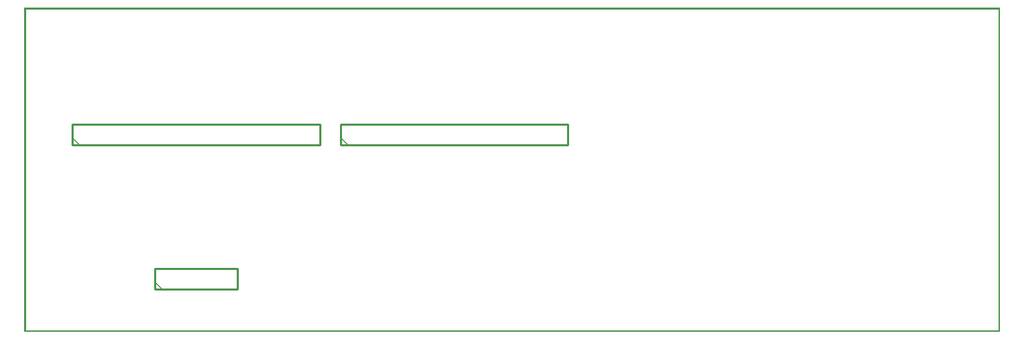
<source format=gto>
G04 MADE WITH FRITZING*
G04 WWW.FRITZING.ORG*
G04 DOUBLE SIDED*
G04 HOLES PLATED*
G04 CONTOUR ON CENTER OF CONTOUR VECTOR*
%ASAXBY*%
%FSLAX23Y23*%
%MOIN*%
%OFA0B0*%
%SFA1.0B1.0*%
%ADD10C,0.010000*%
%ADD11R,0.001000X0.001000*%
%LNSILK1*%
G90*
G70*
G54D10*
X633Y207D02*
X1033Y207D01*
D02*
X1033Y207D02*
X1033Y307D01*
D02*
X1033Y307D02*
X633Y307D01*
D02*
X633Y307D02*
X633Y207D01*
D02*
X233Y907D02*
X1433Y907D01*
D02*
X1433Y907D02*
X1433Y1007D01*
D02*
X1433Y1007D02*
X233Y1007D01*
D02*
X233Y1007D02*
X233Y907D01*
D02*
X1533Y907D02*
X2633Y907D01*
D02*
X2633Y907D02*
X2633Y1007D01*
D02*
X2633Y1007D02*
X1533Y1007D01*
D02*
X1533Y1007D02*
X1533Y907D01*
G54D11*
X0Y1573D02*
X4724Y1573D01*
X0Y1572D02*
X4724Y1572D01*
X0Y1571D02*
X4724Y1571D01*
X0Y1570D02*
X4724Y1570D01*
X0Y1569D02*
X4724Y1569D01*
X0Y1568D02*
X4724Y1568D01*
X0Y1567D02*
X4724Y1567D01*
X0Y1566D02*
X4724Y1566D01*
X0Y1565D02*
X7Y1565D01*
X4717Y1565D02*
X4724Y1565D01*
X0Y1564D02*
X7Y1564D01*
X4717Y1564D02*
X4724Y1564D01*
X0Y1563D02*
X7Y1563D01*
X4717Y1563D02*
X4724Y1563D01*
X0Y1562D02*
X7Y1562D01*
X4717Y1562D02*
X4724Y1562D01*
X0Y1561D02*
X7Y1561D01*
X4717Y1561D02*
X4724Y1561D01*
X0Y1560D02*
X7Y1560D01*
X4717Y1560D02*
X4724Y1560D01*
X0Y1559D02*
X7Y1559D01*
X4717Y1559D02*
X4724Y1559D01*
X0Y1558D02*
X7Y1558D01*
X4717Y1558D02*
X4724Y1558D01*
X0Y1557D02*
X7Y1557D01*
X4717Y1557D02*
X4724Y1557D01*
X0Y1556D02*
X7Y1556D01*
X4717Y1556D02*
X4724Y1556D01*
X0Y1555D02*
X7Y1555D01*
X4717Y1555D02*
X4724Y1555D01*
X0Y1554D02*
X7Y1554D01*
X4717Y1554D02*
X4724Y1554D01*
X0Y1553D02*
X7Y1553D01*
X4717Y1553D02*
X4724Y1553D01*
X0Y1552D02*
X7Y1552D01*
X4717Y1552D02*
X4724Y1552D01*
X0Y1551D02*
X7Y1551D01*
X4717Y1551D02*
X4724Y1551D01*
X0Y1550D02*
X7Y1550D01*
X4717Y1550D02*
X4724Y1550D01*
X0Y1549D02*
X7Y1549D01*
X4717Y1549D02*
X4724Y1549D01*
X0Y1548D02*
X7Y1548D01*
X4717Y1548D02*
X4724Y1548D01*
X0Y1547D02*
X7Y1547D01*
X4717Y1547D02*
X4724Y1547D01*
X0Y1546D02*
X7Y1546D01*
X4717Y1546D02*
X4724Y1546D01*
X0Y1545D02*
X7Y1545D01*
X4717Y1545D02*
X4724Y1545D01*
X0Y1544D02*
X7Y1544D01*
X4717Y1544D02*
X4724Y1544D01*
X0Y1543D02*
X7Y1543D01*
X4717Y1543D02*
X4724Y1543D01*
X0Y1542D02*
X7Y1542D01*
X4717Y1542D02*
X4724Y1542D01*
X0Y1541D02*
X7Y1541D01*
X4717Y1541D02*
X4724Y1541D01*
X0Y1540D02*
X7Y1540D01*
X4717Y1540D02*
X4724Y1540D01*
X0Y1539D02*
X7Y1539D01*
X4717Y1539D02*
X4724Y1539D01*
X0Y1538D02*
X7Y1538D01*
X4717Y1538D02*
X4724Y1538D01*
X0Y1537D02*
X7Y1537D01*
X4717Y1537D02*
X4724Y1537D01*
X0Y1536D02*
X7Y1536D01*
X4717Y1536D02*
X4724Y1536D01*
X0Y1535D02*
X7Y1535D01*
X4717Y1535D02*
X4724Y1535D01*
X0Y1534D02*
X7Y1534D01*
X4717Y1534D02*
X4724Y1534D01*
X0Y1533D02*
X7Y1533D01*
X4717Y1533D02*
X4724Y1533D01*
X0Y1532D02*
X7Y1532D01*
X4717Y1532D02*
X4724Y1532D01*
X0Y1531D02*
X7Y1531D01*
X4717Y1531D02*
X4724Y1531D01*
X0Y1530D02*
X7Y1530D01*
X4717Y1530D02*
X4724Y1530D01*
X0Y1529D02*
X7Y1529D01*
X4717Y1529D02*
X4724Y1529D01*
X0Y1528D02*
X7Y1528D01*
X4717Y1528D02*
X4724Y1528D01*
X0Y1527D02*
X7Y1527D01*
X4717Y1527D02*
X4724Y1527D01*
X0Y1526D02*
X7Y1526D01*
X4717Y1526D02*
X4724Y1526D01*
X0Y1525D02*
X7Y1525D01*
X4717Y1525D02*
X4724Y1525D01*
X0Y1524D02*
X7Y1524D01*
X4717Y1524D02*
X4724Y1524D01*
X0Y1523D02*
X7Y1523D01*
X4717Y1523D02*
X4724Y1523D01*
X0Y1522D02*
X7Y1522D01*
X4717Y1522D02*
X4724Y1522D01*
X0Y1521D02*
X7Y1521D01*
X4717Y1521D02*
X4724Y1521D01*
X0Y1520D02*
X7Y1520D01*
X4717Y1520D02*
X4724Y1520D01*
X0Y1519D02*
X7Y1519D01*
X4717Y1519D02*
X4724Y1519D01*
X0Y1518D02*
X7Y1518D01*
X4717Y1518D02*
X4724Y1518D01*
X0Y1517D02*
X7Y1517D01*
X4717Y1517D02*
X4724Y1517D01*
X0Y1516D02*
X7Y1516D01*
X4717Y1516D02*
X4724Y1516D01*
X0Y1515D02*
X7Y1515D01*
X4717Y1515D02*
X4724Y1515D01*
X0Y1514D02*
X7Y1514D01*
X4717Y1514D02*
X4724Y1514D01*
X0Y1513D02*
X7Y1513D01*
X4717Y1513D02*
X4724Y1513D01*
X0Y1512D02*
X7Y1512D01*
X4717Y1512D02*
X4724Y1512D01*
X0Y1511D02*
X7Y1511D01*
X4717Y1511D02*
X4724Y1511D01*
X0Y1510D02*
X7Y1510D01*
X4717Y1510D02*
X4724Y1510D01*
X0Y1509D02*
X7Y1509D01*
X4717Y1509D02*
X4724Y1509D01*
X0Y1508D02*
X7Y1508D01*
X4717Y1508D02*
X4724Y1508D01*
X0Y1507D02*
X7Y1507D01*
X4717Y1507D02*
X4724Y1507D01*
X0Y1506D02*
X7Y1506D01*
X4717Y1506D02*
X4724Y1506D01*
X0Y1505D02*
X7Y1505D01*
X4717Y1505D02*
X4724Y1505D01*
X0Y1504D02*
X7Y1504D01*
X4717Y1504D02*
X4724Y1504D01*
X0Y1503D02*
X7Y1503D01*
X4717Y1503D02*
X4724Y1503D01*
X0Y1502D02*
X7Y1502D01*
X4717Y1502D02*
X4724Y1502D01*
X0Y1501D02*
X7Y1501D01*
X4717Y1501D02*
X4724Y1501D01*
X0Y1500D02*
X7Y1500D01*
X4717Y1500D02*
X4724Y1500D01*
X0Y1499D02*
X7Y1499D01*
X4717Y1499D02*
X4724Y1499D01*
X0Y1498D02*
X7Y1498D01*
X4717Y1498D02*
X4724Y1498D01*
X0Y1497D02*
X7Y1497D01*
X4717Y1497D02*
X4724Y1497D01*
X0Y1496D02*
X7Y1496D01*
X4717Y1496D02*
X4724Y1496D01*
X0Y1495D02*
X7Y1495D01*
X4717Y1495D02*
X4724Y1495D01*
X0Y1494D02*
X7Y1494D01*
X4717Y1494D02*
X4724Y1494D01*
X0Y1493D02*
X7Y1493D01*
X4717Y1493D02*
X4724Y1493D01*
X0Y1492D02*
X7Y1492D01*
X4717Y1492D02*
X4724Y1492D01*
X0Y1491D02*
X7Y1491D01*
X4717Y1491D02*
X4724Y1491D01*
X0Y1490D02*
X7Y1490D01*
X4717Y1490D02*
X4724Y1490D01*
X0Y1489D02*
X7Y1489D01*
X4717Y1489D02*
X4724Y1489D01*
X0Y1488D02*
X7Y1488D01*
X4717Y1488D02*
X4724Y1488D01*
X0Y1487D02*
X7Y1487D01*
X4717Y1487D02*
X4724Y1487D01*
X0Y1486D02*
X7Y1486D01*
X4717Y1486D02*
X4724Y1486D01*
X0Y1485D02*
X7Y1485D01*
X4717Y1485D02*
X4724Y1485D01*
X0Y1484D02*
X7Y1484D01*
X4717Y1484D02*
X4724Y1484D01*
X0Y1483D02*
X7Y1483D01*
X4717Y1483D02*
X4724Y1483D01*
X0Y1482D02*
X7Y1482D01*
X4717Y1482D02*
X4724Y1482D01*
X0Y1481D02*
X7Y1481D01*
X4717Y1481D02*
X4724Y1481D01*
X0Y1480D02*
X7Y1480D01*
X4717Y1480D02*
X4724Y1480D01*
X0Y1479D02*
X7Y1479D01*
X4717Y1479D02*
X4724Y1479D01*
X0Y1478D02*
X7Y1478D01*
X4717Y1478D02*
X4724Y1478D01*
X0Y1477D02*
X7Y1477D01*
X4717Y1477D02*
X4724Y1477D01*
X0Y1476D02*
X7Y1476D01*
X4717Y1476D02*
X4724Y1476D01*
X0Y1475D02*
X7Y1475D01*
X4717Y1475D02*
X4724Y1475D01*
X0Y1474D02*
X7Y1474D01*
X4717Y1474D02*
X4724Y1474D01*
X0Y1473D02*
X7Y1473D01*
X4717Y1473D02*
X4724Y1473D01*
X0Y1472D02*
X7Y1472D01*
X4717Y1472D02*
X4724Y1472D01*
X0Y1471D02*
X7Y1471D01*
X4717Y1471D02*
X4724Y1471D01*
X0Y1470D02*
X7Y1470D01*
X4717Y1470D02*
X4724Y1470D01*
X0Y1469D02*
X7Y1469D01*
X4717Y1469D02*
X4724Y1469D01*
X0Y1468D02*
X7Y1468D01*
X4717Y1468D02*
X4724Y1468D01*
X0Y1467D02*
X7Y1467D01*
X4717Y1467D02*
X4724Y1467D01*
X0Y1466D02*
X7Y1466D01*
X4717Y1466D02*
X4724Y1466D01*
X0Y1465D02*
X7Y1465D01*
X4717Y1465D02*
X4724Y1465D01*
X0Y1464D02*
X7Y1464D01*
X4717Y1464D02*
X4724Y1464D01*
X0Y1463D02*
X7Y1463D01*
X4717Y1463D02*
X4724Y1463D01*
X0Y1462D02*
X7Y1462D01*
X4717Y1462D02*
X4724Y1462D01*
X0Y1461D02*
X7Y1461D01*
X4717Y1461D02*
X4724Y1461D01*
X0Y1460D02*
X7Y1460D01*
X4717Y1460D02*
X4724Y1460D01*
X0Y1459D02*
X7Y1459D01*
X4717Y1459D02*
X4724Y1459D01*
X0Y1458D02*
X7Y1458D01*
X4717Y1458D02*
X4724Y1458D01*
X0Y1457D02*
X7Y1457D01*
X4717Y1457D02*
X4724Y1457D01*
X0Y1456D02*
X7Y1456D01*
X4717Y1456D02*
X4724Y1456D01*
X0Y1455D02*
X7Y1455D01*
X4717Y1455D02*
X4724Y1455D01*
X0Y1454D02*
X7Y1454D01*
X4717Y1454D02*
X4724Y1454D01*
X0Y1453D02*
X7Y1453D01*
X4717Y1453D02*
X4724Y1453D01*
X0Y1452D02*
X7Y1452D01*
X4717Y1452D02*
X4724Y1452D01*
X0Y1451D02*
X7Y1451D01*
X4717Y1451D02*
X4724Y1451D01*
X0Y1450D02*
X7Y1450D01*
X4717Y1450D02*
X4724Y1450D01*
X0Y1449D02*
X7Y1449D01*
X4717Y1449D02*
X4724Y1449D01*
X0Y1448D02*
X7Y1448D01*
X4717Y1448D02*
X4724Y1448D01*
X0Y1447D02*
X7Y1447D01*
X4717Y1447D02*
X4724Y1447D01*
X0Y1446D02*
X7Y1446D01*
X4717Y1446D02*
X4724Y1446D01*
X0Y1445D02*
X7Y1445D01*
X4717Y1445D02*
X4724Y1445D01*
X0Y1444D02*
X7Y1444D01*
X4717Y1444D02*
X4724Y1444D01*
X0Y1443D02*
X7Y1443D01*
X4717Y1443D02*
X4724Y1443D01*
X0Y1442D02*
X7Y1442D01*
X4717Y1442D02*
X4724Y1442D01*
X0Y1441D02*
X7Y1441D01*
X4717Y1441D02*
X4724Y1441D01*
X0Y1440D02*
X7Y1440D01*
X4717Y1440D02*
X4724Y1440D01*
X0Y1439D02*
X7Y1439D01*
X4717Y1439D02*
X4724Y1439D01*
X0Y1438D02*
X7Y1438D01*
X4717Y1438D02*
X4724Y1438D01*
X0Y1437D02*
X7Y1437D01*
X4717Y1437D02*
X4724Y1437D01*
X0Y1436D02*
X7Y1436D01*
X4717Y1436D02*
X4724Y1436D01*
X0Y1435D02*
X7Y1435D01*
X4717Y1435D02*
X4724Y1435D01*
X0Y1434D02*
X7Y1434D01*
X4717Y1434D02*
X4724Y1434D01*
X0Y1433D02*
X7Y1433D01*
X4717Y1433D02*
X4724Y1433D01*
X0Y1432D02*
X7Y1432D01*
X4717Y1432D02*
X4724Y1432D01*
X0Y1431D02*
X7Y1431D01*
X4717Y1431D02*
X4724Y1431D01*
X0Y1430D02*
X7Y1430D01*
X4717Y1430D02*
X4724Y1430D01*
X0Y1429D02*
X7Y1429D01*
X4717Y1429D02*
X4724Y1429D01*
X0Y1428D02*
X7Y1428D01*
X4717Y1428D02*
X4724Y1428D01*
X0Y1427D02*
X7Y1427D01*
X4717Y1427D02*
X4724Y1427D01*
X0Y1426D02*
X7Y1426D01*
X4717Y1426D02*
X4724Y1426D01*
X0Y1425D02*
X7Y1425D01*
X4717Y1425D02*
X4724Y1425D01*
X0Y1424D02*
X7Y1424D01*
X4717Y1424D02*
X4724Y1424D01*
X0Y1423D02*
X7Y1423D01*
X4717Y1423D02*
X4724Y1423D01*
X0Y1422D02*
X7Y1422D01*
X4717Y1422D02*
X4724Y1422D01*
X0Y1421D02*
X7Y1421D01*
X4717Y1421D02*
X4724Y1421D01*
X0Y1420D02*
X7Y1420D01*
X4717Y1420D02*
X4724Y1420D01*
X0Y1419D02*
X7Y1419D01*
X4717Y1419D02*
X4724Y1419D01*
X0Y1418D02*
X7Y1418D01*
X4717Y1418D02*
X4724Y1418D01*
X0Y1417D02*
X7Y1417D01*
X4717Y1417D02*
X4724Y1417D01*
X0Y1416D02*
X7Y1416D01*
X4717Y1416D02*
X4724Y1416D01*
X0Y1415D02*
X7Y1415D01*
X4717Y1415D02*
X4724Y1415D01*
X0Y1414D02*
X7Y1414D01*
X4717Y1414D02*
X4724Y1414D01*
X0Y1413D02*
X7Y1413D01*
X4717Y1413D02*
X4724Y1413D01*
X0Y1412D02*
X7Y1412D01*
X4717Y1412D02*
X4724Y1412D01*
X0Y1411D02*
X7Y1411D01*
X4717Y1411D02*
X4724Y1411D01*
X0Y1410D02*
X7Y1410D01*
X4717Y1410D02*
X4724Y1410D01*
X0Y1409D02*
X7Y1409D01*
X4717Y1409D02*
X4724Y1409D01*
X0Y1408D02*
X7Y1408D01*
X4717Y1408D02*
X4724Y1408D01*
X0Y1407D02*
X7Y1407D01*
X4717Y1407D02*
X4724Y1407D01*
X0Y1406D02*
X7Y1406D01*
X4717Y1406D02*
X4724Y1406D01*
X0Y1405D02*
X7Y1405D01*
X4717Y1405D02*
X4724Y1405D01*
X0Y1404D02*
X7Y1404D01*
X4717Y1404D02*
X4724Y1404D01*
X0Y1403D02*
X7Y1403D01*
X4717Y1403D02*
X4724Y1403D01*
X0Y1402D02*
X7Y1402D01*
X4717Y1402D02*
X4724Y1402D01*
X0Y1401D02*
X7Y1401D01*
X4717Y1401D02*
X4724Y1401D01*
X0Y1400D02*
X7Y1400D01*
X4717Y1400D02*
X4724Y1400D01*
X0Y1399D02*
X7Y1399D01*
X4717Y1399D02*
X4724Y1399D01*
X0Y1398D02*
X7Y1398D01*
X4717Y1398D02*
X4724Y1398D01*
X0Y1397D02*
X7Y1397D01*
X4717Y1397D02*
X4724Y1397D01*
X0Y1396D02*
X7Y1396D01*
X4717Y1396D02*
X4724Y1396D01*
X0Y1395D02*
X7Y1395D01*
X4717Y1395D02*
X4724Y1395D01*
X0Y1394D02*
X7Y1394D01*
X4717Y1394D02*
X4724Y1394D01*
X0Y1393D02*
X7Y1393D01*
X4717Y1393D02*
X4724Y1393D01*
X0Y1392D02*
X7Y1392D01*
X4717Y1392D02*
X4724Y1392D01*
X0Y1391D02*
X7Y1391D01*
X4717Y1391D02*
X4724Y1391D01*
X0Y1390D02*
X7Y1390D01*
X4717Y1390D02*
X4724Y1390D01*
X0Y1389D02*
X7Y1389D01*
X4717Y1389D02*
X4724Y1389D01*
X0Y1388D02*
X7Y1388D01*
X4717Y1388D02*
X4724Y1388D01*
X0Y1387D02*
X7Y1387D01*
X4717Y1387D02*
X4724Y1387D01*
X0Y1386D02*
X7Y1386D01*
X4717Y1386D02*
X4724Y1386D01*
X0Y1385D02*
X7Y1385D01*
X4717Y1385D02*
X4724Y1385D01*
X0Y1384D02*
X7Y1384D01*
X4717Y1384D02*
X4724Y1384D01*
X0Y1383D02*
X7Y1383D01*
X4717Y1383D02*
X4724Y1383D01*
X0Y1382D02*
X7Y1382D01*
X4717Y1382D02*
X4724Y1382D01*
X0Y1381D02*
X7Y1381D01*
X4717Y1381D02*
X4724Y1381D01*
X0Y1380D02*
X7Y1380D01*
X4717Y1380D02*
X4724Y1380D01*
X0Y1379D02*
X7Y1379D01*
X4717Y1379D02*
X4724Y1379D01*
X0Y1378D02*
X7Y1378D01*
X4717Y1378D02*
X4724Y1378D01*
X0Y1377D02*
X7Y1377D01*
X4717Y1377D02*
X4724Y1377D01*
X0Y1376D02*
X7Y1376D01*
X4717Y1376D02*
X4724Y1376D01*
X0Y1375D02*
X7Y1375D01*
X4717Y1375D02*
X4724Y1375D01*
X0Y1374D02*
X7Y1374D01*
X4717Y1374D02*
X4724Y1374D01*
X0Y1373D02*
X7Y1373D01*
X4717Y1373D02*
X4724Y1373D01*
X0Y1372D02*
X7Y1372D01*
X4717Y1372D02*
X4724Y1372D01*
X0Y1371D02*
X7Y1371D01*
X4717Y1371D02*
X4724Y1371D01*
X0Y1370D02*
X7Y1370D01*
X4717Y1370D02*
X4724Y1370D01*
X0Y1369D02*
X7Y1369D01*
X4717Y1369D02*
X4724Y1369D01*
X0Y1368D02*
X7Y1368D01*
X4717Y1368D02*
X4724Y1368D01*
X0Y1367D02*
X7Y1367D01*
X4717Y1367D02*
X4724Y1367D01*
X0Y1366D02*
X7Y1366D01*
X4717Y1366D02*
X4724Y1366D01*
X0Y1365D02*
X7Y1365D01*
X4717Y1365D02*
X4724Y1365D01*
X0Y1364D02*
X7Y1364D01*
X4717Y1364D02*
X4724Y1364D01*
X0Y1363D02*
X7Y1363D01*
X4717Y1363D02*
X4724Y1363D01*
X0Y1362D02*
X7Y1362D01*
X4717Y1362D02*
X4724Y1362D01*
X0Y1361D02*
X7Y1361D01*
X4717Y1361D02*
X4724Y1361D01*
X0Y1360D02*
X7Y1360D01*
X4717Y1360D02*
X4724Y1360D01*
X0Y1359D02*
X7Y1359D01*
X4717Y1359D02*
X4724Y1359D01*
X0Y1358D02*
X7Y1358D01*
X4717Y1358D02*
X4724Y1358D01*
X0Y1357D02*
X7Y1357D01*
X4717Y1357D02*
X4724Y1357D01*
X0Y1356D02*
X7Y1356D01*
X4717Y1356D02*
X4724Y1356D01*
X0Y1355D02*
X7Y1355D01*
X4717Y1355D02*
X4724Y1355D01*
X0Y1354D02*
X7Y1354D01*
X4717Y1354D02*
X4724Y1354D01*
X0Y1353D02*
X7Y1353D01*
X4717Y1353D02*
X4724Y1353D01*
X0Y1352D02*
X7Y1352D01*
X4717Y1352D02*
X4724Y1352D01*
X0Y1351D02*
X7Y1351D01*
X4717Y1351D02*
X4724Y1351D01*
X0Y1350D02*
X7Y1350D01*
X4717Y1350D02*
X4724Y1350D01*
X0Y1349D02*
X7Y1349D01*
X4717Y1349D02*
X4724Y1349D01*
X0Y1348D02*
X7Y1348D01*
X4717Y1348D02*
X4724Y1348D01*
X0Y1347D02*
X7Y1347D01*
X4717Y1347D02*
X4724Y1347D01*
X0Y1346D02*
X7Y1346D01*
X4717Y1346D02*
X4724Y1346D01*
X0Y1345D02*
X7Y1345D01*
X4717Y1345D02*
X4724Y1345D01*
X0Y1344D02*
X7Y1344D01*
X4717Y1344D02*
X4724Y1344D01*
X0Y1343D02*
X7Y1343D01*
X4717Y1343D02*
X4724Y1343D01*
X0Y1342D02*
X7Y1342D01*
X4717Y1342D02*
X4724Y1342D01*
X0Y1341D02*
X7Y1341D01*
X4717Y1341D02*
X4724Y1341D01*
X0Y1340D02*
X7Y1340D01*
X4717Y1340D02*
X4724Y1340D01*
X0Y1339D02*
X7Y1339D01*
X4717Y1339D02*
X4724Y1339D01*
X0Y1338D02*
X7Y1338D01*
X4717Y1338D02*
X4724Y1338D01*
X0Y1337D02*
X7Y1337D01*
X4717Y1337D02*
X4724Y1337D01*
X0Y1336D02*
X7Y1336D01*
X4717Y1336D02*
X4724Y1336D01*
X0Y1335D02*
X7Y1335D01*
X4717Y1335D02*
X4724Y1335D01*
X0Y1334D02*
X7Y1334D01*
X4717Y1334D02*
X4724Y1334D01*
X0Y1333D02*
X7Y1333D01*
X4717Y1333D02*
X4724Y1333D01*
X0Y1332D02*
X7Y1332D01*
X4717Y1332D02*
X4724Y1332D01*
X0Y1331D02*
X7Y1331D01*
X4717Y1331D02*
X4724Y1331D01*
X0Y1330D02*
X7Y1330D01*
X4717Y1330D02*
X4724Y1330D01*
X0Y1329D02*
X7Y1329D01*
X4717Y1329D02*
X4724Y1329D01*
X0Y1328D02*
X7Y1328D01*
X4717Y1328D02*
X4724Y1328D01*
X0Y1327D02*
X7Y1327D01*
X4717Y1327D02*
X4724Y1327D01*
X0Y1326D02*
X7Y1326D01*
X4717Y1326D02*
X4724Y1326D01*
X0Y1325D02*
X7Y1325D01*
X4717Y1325D02*
X4724Y1325D01*
X0Y1324D02*
X7Y1324D01*
X4717Y1324D02*
X4724Y1324D01*
X0Y1323D02*
X7Y1323D01*
X4717Y1323D02*
X4724Y1323D01*
X0Y1322D02*
X7Y1322D01*
X4717Y1322D02*
X4724Y1322D01*
X0Y1321D02*
X7Y1321D01*
X4717Y1321D02*
X4724Y1321D01*
X0Y1320D02*
X7Y1320D01*
X4717Y1320D02*
X4724Y1320D01*
X0Y1319D02*
X7Y1319D01*
X4717Y1319D02*
X4724Y1319D01*
X0Y1318D02*
X7Y1318D01*
X4717Y1318D02*
X4724Y1318D01*
X0Y1317D02*
X7Y1317D01*
X4717Y1317D02*
X4724Y1317D01*
X0Y1316D02*
X7Y1316D01*
X4717Y1316D02*
X4724Y1316D01*
X0Y1315D02*
X7Y1315D01*
X4717Y1315D02*
X4724Y1315D01*
X0Y1314D02*
X7Y1314D01*
X4717Y1314D02*
X4724Y1314D01*
X0Y1313D02*
X7Y1313D01*
X4717Y1313D02*
X4724Y1313D01*
X0Y1312D02*
X7Y1312D01*
X4717Y1312D02*
X4724Y1312D01*
X0Y1311D02*
X7Y1311D01*
X4717Y1311D02*
X4724Y1311D01*
X0Y1310D02*
X7Y1310D01*
X4717Y1310D02*
X4724Y1310D01*
X0Y1309D02*
X7Y1309D01*
X4717Y1309D02*
X4724Y1309D01*
X0Y1308D02*
X7Y1308D01*
X4717Y1308D02*
X4724Y1308D01*
X0Y1307D02*
X7Y1307D01*
X4717Y1307D02*
X4724Y1307D01*
X0Y1306D02*
X7Y1306D01*
X4717Y1306D02*
X4724Y1306D01*
X0Y1305D02*
X7Y1305D01*
X4717Y1305D02*
X4724Y1305D01*
X0Y1304D02*
X7Y1304D01*
X4717Y1304D02*
X4724Y1304D01*
X0Y1303D02*
X7Y1303D01*
X4717Y1303D02*
X4724Y1303D01*
X0Y1302D02*
X7Y1302D01*
X4717Y1302D02*
X4724Y1302D01*
X0Y1301D02*
X7Y1301D01*
X4717Y1301D02*
X4724Y1301D01*
X0Y1300D02*
X7Y1300D01*
X4717Y1300D02*
X4724Y1300D01*
X0Y1299D02*
X7Y1299D01*
X4717Y1299D02*
X4724Y1299D01*
X0Y1298D02*
X7Y1298D01*
X4717Y1298D02*
X4724Y1298D01*
X0Y1297D02*
X7Y1297D01*
X4717Y1297D02*
X4724Y1297D01*
X0Y1296D02*
X7Y1296D01*
X4717Y1296D02*
X4724Y1296D01*
X0Y1295D02*
X7Y1295D01*
X4717Y1295D02*
X4724Y1295D01*
X0Y1294D02*
X7Y1294D01*
X4717Y1294D02*
X4724Y1294D01*
X0Y1293D02*
X7Y1293D01*
X4717Y1293D02*
X4724Y1293D01*
X0Y1292D02*
X7Y1292D01*
X4717Y1292D02*
X4724Y1292D01*
X0Y1291D02*
X7Y1291D01*
X4717Y1291D02*
X4724Y1291D01*
X0Y1290D02*
X7Y1290D01*
X4717Y1290D02*
X4724Y1290D01*
X0Y1289D02*
X7Y1289D01*
X4717Y1289D02*
X4724Y1289D01*
X0Y1288D02*
X7Y1288D01*
X4717Y1288D02*
X4724Y1288D01*
X0Y1287D02*
X7Y1287D01*
X4717Y1287D02*
X4724Y1287D01*
X0Y1286D02*
X7Y1286D01*
X4717Y1286D02*
X4724Y1286D01*
X0Y1285D02*
X7Y1285D01*
X4717Y1285D02*
X4724Y1285D01*
X0Y1284D02*
X7Y1284D01*
X4717Y1284D02*
X4724Y1284D01*
X0Y1283D02*
X7Y1283D01*
X4717Y1283D02*
X4724Y1283D01*
X0Y1282D02*
X7Y1282D01*
X4717Y1282D02*
X4724Y1282D01*
X0Y1281D02*
X7Y1281D01*
X4717Y1281D02*
X4724Y1281D01*
X0Y1280D02*
X7Y1280D01*
X4717Y1280D02*
X4724Y1280D01*
X0Y1279D02*
X7Y1279D01*
X4717Y1279D02*
X4724Y1279D01*
X0Y1278D02*
X7Y1278D01*
X4717Y1278D02*
X4724Y1278D01*
X0Y1277D02*
X7Y1277D01*
X4717Y1277D02*
X4724Y1277D01*
X0Y1276D02*
X7Y1276D01*
X4717Y1276D02*
X4724Y1276D01*
X0Y1275D02*
X7Y1275D01*
X4717Y1275D02*
X4724Y1275D01*
X0Y1274D02*
X7Y1274D01*
X4717Y1274D02*
X4724Y1274D01*
X0Y1273D02*
X7Y1273D01*
X4717Y1273D02*
X4724Y1273D01*
X0Y1272D02*
X7Y1272D01*
X4717Y1272D02*
X4724Y1272D01*
X0Y1271D02*
X7Y1271D01*
X4717Y1271D02*
X4724Y1271D01*
X0Y1270D02*
X7Y1270D01*
X4717Y1270D02*
X4724Y1270D01*
X0Y1269D02*
X7Y1269D01*
X4717Y1269D02*
X4724Y1269D01*
X0Y1268D02*
X7Y1268D01*
X4717Y1268D02*
X4724Y1268D01*
X0Y1267D02*
X7Y1267D01*
X4717Y1267D02*
X4724Y1267D01*
X0Y1266D02*
X7Y1266D01*
X4717Y1266D02*
X4724Y1266D01*
X0Y1265D02*
X7Y1265D01*
X4717Y1265D02*
X4724Y1265D01*
X0Y1264D02*
X7Y1264D01*
X4717Y1264D02*
X4724Y1264D01*
X0Y1263D02*
X7Y1263D01*
X4717Y1263D02*
X4724Y1263D01*
X0Y1262D02*
X7Y1262D01*
X4717Y1262D02*
X4724Y1262D01*
X0Y1261D02*
X7Y1261D01*
X4717Y1261D02*
X4724Y1261D01*
X0Y1260D02*
X7Y1260D01*
X4717Y1260D02*
X4724Y1260D01*
X0Y1259D02*
X7Y1259D01*
X4717Y1259D02*
X4724Y1259D01*
X0Y1258D02*
X7Y1258D01*
X4717Y1258D02*
X4724Y1258D01*
X0Y1257D02*
X7Y1257D01*
X4717Y1257D02*
X4724Y1257D01*
X0Y1256D02*
X7Y1256D01*
X4717Y1256D02*
X4724Y1256D01*
X0Y1255D02*
X7Y1255D01*
X4717Y1255D02*
X4724Y1255D01*
X0Y1254D02*
X7Y1254D01*
X4717Y1254D02*
X4724Y1254D01*
X0Y1253D02*
X7Y1253D01*
X4717Y1253D02*
X4724Y1253D01*
X0Y1252D02*
X7Y1252D01*
X4717Y1252D02*
X4724Y1252D01*
X0Y1251D02*
X7Y1251D01*
X4717Y1251D02*
X4724Y1251D01*
X0Y1250D02*
X7Y1250D01*
X4717Y1250D02*
X4724Y1250D01*
X0Y1249D02*
X7Y1249D01*
X4717Y1249D02*
X4724Y1249D01*
X0Y1248D02*
X7Y1248D01*
X4717Y1248D02*
X4724Y1248D01*
X0Y1247D02*
X7Y1247D01*
X4717Y1247D02*
X4724Y1247D01*
X0Y1246D02*
X7Y1246D01*
X4717Y1246D02*
X4724Y1246D01*
X0Y1245D02*
X7Y1245D01*
X4717Y1245D02*
X4724Y1245D01*
X0Y1244D02*
X7Y1244D01*
X4717Y1244D02*
X4724Y1244D01*
X0Y1243D02*
X7Y1243D01*
X4717Y1243D02*
X4724Y1243D01*
X0Y1242D02*
X7Y1242D01*
X4717Y1242D02*
X4724Y1242D01*
X0Y1241D02*
X7Y1241D01*
X4717Y1241D02*
X4724Y1241D01*
X0Y1240D02*
X7Y1240D01*
X4717Y1240D02*
X4724Y1240D01*
X0Y1239D02*
X7Y1239D01*
X4717Y1239D02*
X4724Y1239D01*
X0Y1238D02*
X7Y1238D01*
X4717Y1238D02*
X4724Y1238D01*
X0Y1237D02*
X7Y1237D01*
X4717Y1237D02*
X4724Y1237D01*
X0Y1236D02*
X7Y1236D01*
X4717Y1236D02*
X4724Y1236D01*
X0Y1235D02*
X7Y1235D01*
X4717Y1235D02*
X4724Y1235D01*
X0Y1234D02*
X7Y1234D01*
X4717Y1234D02*
X4724Y1234D01*
X0Y1233D02*
X7Y1233D01*
X4717Y1233D02*
X4724Y1233D01*
X0Y1232D02*
X7Y1232D01*
X4717Y1232D02*
X4724Y1232D01*
X0Y1231D02*
X7Y1231D01*
X4717Y1231D02*
X4724Y1231D01*
X0Y1230D02*
X7Y1230D01*
X4717Y1230D02*
X4724Y1230D01*
X0Y1229D02*
X7Y1229D01*
X4717Y1229D02*
X4724Y1229D01*
X0Y1228D02*
X7Y1228D01*
X4717Y1228D02*
X4724Y1228D01*
X0Y1227D02*
X7Y1227D01*
X4717Y1227D02*
X4724Y1227D01*
X0Y1226D02*
X7Y1226D01*
X4717Y1226D02*
X4724Y1226D01*
X0Y1225D02*
X7Y1225D01*
X4717Y1225D02*
X4724Y1225D01*
X0Y1224D02*
X7Y1224D01*
X4717Y1224D02*
X4724Y1224D01*
X0Y1223D02*
X7Y1223D01*
X4717Y1223D02*
X4724Y1223D01*
X0Y1222D02*
X7Y1222D01*
X4717Y1222D02*
X4724Y1222D01*
X0Y1221D02*
X7Y1221D01*
X4717Y1221D02*
X4724Y1221D01*
X0Y1220D02*
X7Y1220D01*
X4717Y1220D02*
X4724Y1220D01*
X0Y1219D02*
X7Y1219D01*
X4717Y1219D02*
X4724Y1219D01*
X0Y1218D02*
X7Y1218D01*
X4717Y1218D02*
X4724Y1218D01*
X0Y1217D02*
X7Y1217D01*
X4717Y1217D02*
X4724Y1217D01*
X0Y1216D02*
X7Y1216D01*
X4717Y1216D02*
X4724Y1216D01*
X0Y1215D02*
X7Y1215D01*
X4717Y1215D02*
X4724Y1215D01*
X0Y1214D02*
X7Y1214D01*
X4717Y1214D02*
X4724Y1214D01*
X0Y1213D02*
X7Y1213D01*
X4717Y1213D02*
X4724Y1213D01*
X0Y1212D02*
X7Y1212D01*
X4717Y1212D02*
X4724Y1212D01*
X0Y1211D02*
X7Y1211D01*
X4717Y1211D02*
X4724Y1211D01*
X0Y1210D02*
X7Y1210D01*
X4717Y1210D02*
X4724Y1210D01*
X0Y1209D02*
X7Y1209D01*
X4717Y1209D02*
X4724Y1209D01*
X0Y1208D02*
X7Y1208D01*
X4717Y1208D02*
X4724Y1208D01*
X0Y1207D02*
X7Y1207D01*
X4717Y1207D02*
X4724Y1207D01*
X0Y1206D02*
X7Y1206D01*
X4717Y1206D02*
X4724Y1206D01*
X0Y1205D02*
X7Y1205D01*
X4717Y1205D02*
X4724Y1205D01*
X0Y1204D02*
X7Y1204D01*
X4717Y1204D02*
X4724Y1204D01*
X0Y1203D02*
X7Y1203D01*
X4717Y1203D02*
X4724Y1203D01*
X0Y1202D02*
X7Y1202D01*
X4717Y1202D02*
X4724Y1202D01*
X0Y1201D02*
X7Y1201D01*
X4717Y1201D02*
X4724Y1201D01*
X0Y1200D02*
X7Y1200D01*
X4717Y1200D02*
X4724Y1200D01*
X0Y1199D02*
X7Y1199D01*
X4717Y1199D02*
X4724Y1199D01*
X0Y1198D02*
X7Y1198D01*
X4717Y1198D02*
X4724Y1198D01*
X0Y1197D02*
X7Y1197D01*
X4717Y1197D02*
X4724Y1197D01*
X0Y1196D02*
X7Y1196D01*
X4717Y1196D02*
X4724Y1196D01*
X0Y1195D02*
X7Y1195D01*
X4717Y1195D02*
X4724Y1195D01*
X0Y1194D02*
X7Y1194D01*
X4717Y1194D02*
X4724Y1194D01*
X0Y1193D02*
X7Y1193D01*
X4717Y1193D02*
X4724Y1193D01*
X0Y1192D02*
X7Y1192D01*
X4717Y1192D02*
X4724Y1192D01*
X0Y1191D02*
X7Y1191D01*
X4717Y1191D02*
X4724Y1191D01*
X0Y1190D02*
X7Y1190D01*
X4717Y1190D02*
X4724Y1190D01*
X0Y1189D02*
X7Y1189D01*
X4717Y1189D02*
X4724Y1189D01*
X0Y1188D02*
X7Y1188D01*
X4717Y1188D02*
X4724Y1188D01*
X0Y1187D02*
X7Y1187D01*
X4717Y1187D02*
X4724Y1187D01*
X0Y1186D02*
X7Y1186D01*
X4717Y1186D02*
X4724Y1186D01*
X0Y1185D02*
X7Y1185D01*
X4717Y1185D02*
X4724Y1185D01*
X0Y1184D02*
X7Y1184D01*
X4717Y1184D02*
X4724Y1184D01*
X0Y1183D02*
X7Y1183D01*
X4717Y1183D02*
X4724Y1183D01*
X0Y1182D02*
X7Y1182D01*
X4717Y1182D02*
X4724Y1182D01*
X0Y1181D02*
X7Y1181D01*
X4717Y1181D02*
X4724Y1181D01*
X0Y1180D02*
X7Y1180D01*
X4717Y1180D02*
X4724Y1180D01*
X0Y1179D02*
X7Y1179D01*
X4717Y1179D02*
X4724Y1179D01*
X0Y1178D02*
X7Y1178D01*
X4717Y1178D02*
X4724Y1178D01*
X0Y1177D02*
X7Y1177D01*
X4717Y1177D02*
X4724Y1177D01*
X0Y1176D02*
X7Y1176D01*
X4717Y1176D02*
X4724Y1176D01*
X0Y1175D02*
X7Y1175D01*
X4717Y1175D02*
X4724Y1175D01*
X0Y1174D02*
X7Y1174D01*
X4717Y1174D02*
X4724Y1174D01*
X0Y1173D02*
X7Y1173D01*
X4717Y1173D02*
X4724Y1173D01*
X0Y1172D02*
X7Y1172D01*
X4717Y1172D02*
X4724Y1172D01*
X0Y1171D02*
X7Y1171D01*
X4717Y1171D02*
X4724Y1171D01*
X0Y1170D02*
X7Y1170D01*
X4717Y1170D02*
X4724Y1170D01*
X0Y1169D02*
X7Y1169D01*
X4717Y1169D02*
X4724Y1169D01*
X0Y1168D02*
X7Y1168D01*
X4717Y1168D02*
X4724Y1168D01*
X0Y1167D02*
X7Y1167D01*
X4717Y1167D02*
X4724Y1167D01*
X0Y1166D02*
X7Y1166D01*
X4717Y1166D02*
X4724Y1166D01*
X0Y1165D02*
X7Y1165D01*
X4717Y1165D02*
X4724Y1165D01*
X0Y1164D02*
X7Y1164D01*
X4717Y1164D02*
X4724Y1164D01*
X0Y1163D02*
X7Y1163D01*
X4717Y1163D02*
X4724Y1163D01*
X0Y1162D02*
X7Y1162D01*
X4717Y1162D02*
X4724Y1162D01*
X0Y1161D02*
X7Y1161D01*
X4717Y1161D02*
X4724Y1161D01*
X0Y1160D02*
X7Y1160D01*
X4717Y1160D02*
X4724Y1160D01*
X0Y1159D02*
X7Y1159D01*
X4717Y1159D02*
X4724Y1159D01*
X0Y1158D02*
X7Y1158D01*
X4717Y1158D02*
X4724Y1158D01*
X0Y1157D02*
X7Y1157D01*
X4717Y1157D02*
X4724Y1157D01*
X0Y1156D02*
X7Y1156D01*
X4717Y1156D02*
X4724Y1156D01*
X0Y1155D02*
X7Y1155D01*
X4717Y1155D02*
X4724Y1155D01*
X0Y1154D02*
X7Y1154D01*
X4717Y1154D02*
X4724Y1154D01*
X0Y1153D02*
X7Y1153D01*
X4717Y1153D02*
X4724Y1153D01*
X0Y1152D02*
X7Y1152D01*
X4717Y1152D02*
X4724Y1152D01*
X0Y1151D02*
X7Y1151D01*
X4717Y1151D02*
X4724Y1151D01*
X0Y1150D02*
X7Y1150D01*
X4717Y1150D02*
X4724Y1150D01*
X0Y1149D02*
X7Y1149D01*
X4717Y1149D02*
X4724Y1149D01*
X0Y1148D02*
X7Y1148D01*
X4717Y1148D02*
X4724Y1148D01*
X0Y1147D02*
X7Y1147D01*
X4717Y1147D02*
X4724Y1147D01*
X0Y1146D02*
X7Y1146D01*
X4717Y1146D02*
X4724Y1146D01*
X0Y1145D02*
X7Y1145D01*
X4717Y1145D02*
X4724Y1145D01*
X0Y1144D02*
X7Y1144D01*
X4717Y1144D02*
X4724Y1144D01*
X0Y1143D02*
X7Y1143D01*
X4717Y1143D02*
X4724Y1143D01*
X0Y1142D02*
X7Y1142D01*
X4717Y1142D02*
X4724Y1142D01*
X0Y1141D02*
X7Y1141D01*
X4717Y1141D02*
X4724Y1141D01*
X0Y1140D02*
X7Y1140D01*
X4717Y1140D02*
X4724Y1140D01*
X0Y1139D02*
X7Y1139D01*
X4717Y1139D02*
X4724Y1139D01*
X0Y1138D02*
X7Y1138D01*
X4717Y1138D02*
X4724Y1138D01*
X0Y1137D02*
X7Y1137D01*
X4717Y1137D02*
X4724Y1137D01*
X0Y1136D02*
X7Y1136D01*
X4717Y1136D02*
X4724Y1136D01*
X0Y1135D02*
X7Y1135D01*
X4717Y1135D02*
X4724Y1135D01*
X0Y1134D02*
X7Y1134D01*
X4717Y1134D02*
X4724Y1134D01*
X0Y1133D02*
X7Y1133D01*
X4717Y1133D02*
X4724Y1133D01*
X0Y1132D02*
X7Y1132D01*
X4717Y1132D02*
X4724Y1132D01*
X0Y1131D02*
X7Y1131D01*
X4717Y1131D02*
X4724Y1131D01*
X0Y1130D02*
X7Y1130D01*
X4717Y1130D02*
X4724Y1130D01*
X0Y1129D02*
X7Y1129D01*
X4717Y1129D02*
X4724Y1129D01*
X0Y1128D02*
X7Y1128D01*
X4717Y1128D02*
X4724Y1128D01*
X0Y1127D02*
X7Y1127D01*
X4717Y1127D02*
X4724Y1127D01*
X0Y1126D02*
X7Y1126D01*
X4717Y1126D02*
X4724Y1126D01*
X0Y1125D02*
X7Y1125D01*
X4717Y1125D02*
X4724Y1125D01*
X0Y1124D02*
X7Y1124D01*
X4717Y1124D02*
X4724Y1124D01*
X0Y1123D02*
X7Y1123D01*
X4717Y1123D02*
X4724Y1123D01*
X0Y1122D02*
X7Y1122D01*
X4717Y1122D02*
X4724Y1122D01*
X0Y1121D02*
X7Y1121D01*
X4717Y1121D02*
X4724Y1121D01*
X0Y1120D02*
X7Y1120D01*
X4717Y1120D02*
X4724Y1120D01*
X0Y1119D02*
X7Y1119D01*
X4717Y1119D02*
X4724Y1119D01*
X0Y1118D02*
X7Y1118D01*
X4717Y1118D02*
X4724Y1118D01*
X0Y1117D02*
X7Y1117D01*
X4717Y1117D02*
X4724Y1117D01*
X0Y1116D02*
X7Y1116D01*
X4717Y1116D02*
X4724Y1116D01*
X0Y1115D02*
X7Y1115D01*
X4717Y1115D02*
X4724Y1115D01*
X0Y1114D02*
X7Y1114D01*
X4717Y1114D02*
X4724Y1114D01*
X0Y1113D02*
X7Y1113D01*
X4717Y1113D02*
X4724Y1113D01*
X0Y1112D02*
X7Y1112D01*
X4717Y1112D02*
X4724Y1112D01*
X0Y1111D02*
X7Y1111D01*
X4717Y1111D02*
X4724Y1111D01*
X0Y1110D02*
X7Y1110D01*
X4717Y1110D02*
X4724Y1110D01*
X0Y1109D02*
X7Y1109D01*
X4717Y1109D02*
X4724Y1109D01*
X0Y1108D02*
X7Y1108D01*
X4717Y1108D02*
X4724Y1108D01*
X0Y1107D02*
X7Y1107D01*
X4717Y1107D02*
X4724Y1107D01*
X0Y1106D02*
X7Y1106D01*
X4717Y1106D02*
X4724Y1106D01*
X0Y1105D02*
X7Y1105D01*
X4717Y1105D02*
X4724Y1105D01*
X0Y1104D02*
X7Y1104D01*
X4717Y1104D02*
X4724Y1104D01*
X0Y1103D02*
X7Y1103D01*
X4717Y1103D02*
X4724Y1103D01*
X0Y1102D02*
X7Y1102D01*
X4717Y1102D02*
X4724Y1102D01*
X0Y1101D02*
X7Y1101D01*
X4717Y1101D02*
X4724Y1101D01*
X0Y1100D02*
X7Y1100D01*
X4717Y1100D02*
X4724Y1100D01*
X0Y1099D02*
X7Y1099D01*
X4717Y1099D02*
X4724Y1099D01*
X0Y1098D02*
X7Y1098D01*
X4717Y1098D02*
X4724Y1098D01*
X0Y1097D02*
X7Y1097D01*
X4717Y1097D02*
X4724Y1097D01*
X0Y1096D02*
X7Y1096D01*
X4717Y1096D02*
X4724Y1096D01*
X0Y1095D02*
X7Y1095D01*
X4717Y1095D02*
X4724Y1095D01*
X0Y1094D02*
X7Y1094D01*
X4717Y1094D02*
X4724Y1094D01*
X0Y1093D02*
X7Y1093D01*
X4717Y1093D02*
X4724Y1093D01*
X0Y1092D02*
X7Y1092D01*
X4717Y1092D02*
X4724Y1092D01*
X0Y1091D02*
X7Y1091D01*
X4717Y1091D02*
X4724Y1091D01*
X0Y1090D02*
X7Y1090D01*
X4717Y1090D02*
X4724Y1090D01*
X0Y1089D02*
X7Y1089D01*
X4717Y1089D02*
X4724Y1089D01*
X0Y1088D02*
X7Y1088D01*
X4717Y1088D02*
X4724Y1088D01*
X0Y1087D02*
X7Y1087D01*
X4717Y1087D02*
X4724Y1087D01*
X0Y1086D02*
X7Y1086D01*
X4717Y1086D02*
X4724Y1086D01*
X0Y1085D02*
X7Y1085D01*
X4717Y1085D02*
X4724Y1085D01*
X0Y1084D02*
X7Y1084D01*
X4717Y1084D02*
X4724Y1084D01*
X0Y1083D02*
X7Y1083D01*
X4717Y1083D02*
X4724Y1083D01*
X0Y1082D02*
X7Y1082D01*
X4717Y1082D02*
X4724Y1082D01*
X0Y1081D02*
X7Y1081D01*
X4717Y1081D02*
X4724Y1081D01*
X0Y1080D02*
X7Y1080D01*
X4717Y1080D02*
X4724Y1080D01*
X0Y1079D02*
X7Y1079D01*
X4717Y1079D02*
X4724Y1079D01*
X0Y1078D02*
X7Y1078D01*
X4717Y1078D02*
X4724Y1078D01*
X0Y1077D02*
X7Y1077D01*
X4717Y1077D02*
X4724Y1077D01*
X0Y1076D02*
X7Y1076D01*
X4717Y1076D02*
X4724Y1076D01*
X0Y1075D02*
X7Y1075D01*
X4717Y1075D02*
X4724Y1075D01*
X0Y1074D02*
X7Y1074D01*
X4717Y1074D02*
X4724Y1074D01*
X0Y1073D02*
X7Y1073D01*
X4717Y1073D02*
X4724Y1073D01*
X0Y1072D02*
X7Y1072D01*
X4717Y1072D02*
X4724Y1072D01*
X0Y1071D02*
X7Y1071D01*
X4717Y1071D02*
X4724Y1071D01*
X0Y1070D02*
X7Y1070D01*
X4717Y1070D02*
X4724Y1070D01*
X0Y1069D02*
X7Y1069D01*
X4717Y1069D02*
X4724Y1069D01*
X0Y1068D02*
X7Y1068D01*
X4717Y1068D02*
X4724Y1068D01*
X0Y1067D02*
X7Y1067D01*
X4717Y1067D02*
X4724Y1067D01*
X0Y1066D02*
X7Y1066D01*
X4717Y1066D02*
X4724Y1066D01*
X0Y1065D02*
X7Y1065D01*
X4717Y1065D02*
X4724Y1065D01*
X0Y1064D02*
X7Y1064D01*
X4717Y1064D02*
X4724Y1064D01*
X0Y1063D02*
X7Y1063D01*
X4717Y1063D02*
X4724Y1063D01*
X0Y1062D02*
X7Y1062D01*
X4717Y1062D02*
X4724Y1062D01*
X0Y1061D02*
X7Y1061D01*
X4717Y1061D02*
X4724Y1061D01*
X0Y1060D02*
X7Y1060D01*
X4717Y1060D02*
X4724Y1060D01*
X0Y1059D02*
X7Y1059D01*
X4717Y1059D02*
X4724Y1059D01*
X0Y1058D02*
X7Y1058D01*
X4717Y1058D02*
X4724Y1058D01*
X0Y1057D02*
X7Y1057D01*
X4717Y1057D02*
X4724Y1057D01*
X0Y1056D02*
X7Y1056D01*
X4717Y1056D02*
X4724Y1056D01*
X0Y1055D02*
X7Y1055D01*
X4717Y1055D02*
X4724Y1055D01*
X0Y1054D02*
X7Y1054D01*
X4717Y1054D02*
X4724Y1054D01*
X0Y1053D02*
X7Y1053D01*
X4717Y1053D02*
X4724Y1053D01*
X0Y1052D02*
X7Y1052D01*
X4717Y1052D02*
X4724Y1052D01*
X0Y1051D02*
X7Y1051D01*
X4717Y1051D02*
X4724Y1051D01*
X0Y1050D02*
X7Y1050D01*
X4717Y1050D02*
X4724Y1050D01*
X0Y1049D02*
X7Y1049D01*
X4717Y1049D02*
X4724Y1049D01*
X0Y1048D02*
X7Y1048D01*
X4717Y1048D02*
X4724Y1048D01*
X0Y1047D02*
X7Y1047D01*
X4717Y1047D02*
X4724Y1047D01*
X0Y1046D02*
X7Y1046D01*
X4717Y1046D02*
X4724Y1046D01*
X0Y1045D02*
X7Y1045D01*
X4717Y1045D02*
X4724Y1045D01*
X0Y1044D02*
X7Y1044D01*
X4717Y1044D02*
X4724Y1044D01*
X0Y1043D02*
X7Y1043D01*
X4717Y1043D02*
X4724Y1043D01*
X0Y1042D02*
X7Y1042D01*
X4717Y1042D02*
X4724Y1042D01*
X0Y1041D02*
X7Y1041D01*
X4717Y1041D02*
X4724Y1041D01*
X0Y1040D02*
X7Y1040D01*
X4717Y1040D02*
X4724Y1040D01*
X0Y1039D02*
X7Y1039D01*
X4717Y1039D02*
X4724Y1039D01*
X0Y1038D02*
X7Y1038D01*
X4717Y1038D02*
X4724Y1038D01*
X0Y1037D02*
X7Y1037D01*
X4717Y1037D02*
X4724Y1037D01*
X0Y1036D02*
X7Y1036D01*
X4717Y1036D02*
X4724Y1036D01*
X0Y1035D02*
X7Y1035D01*
X4717Y1035D02*
X4724Y1035D01*
X0Y1034D02*
X7Y1034D01*
X4717Y1034D02*
X4724Y1034D01*
X0Y1033D02*
X7Y1033D01*
X4717Y1033D02*
X4724Y1033D01*
X0Y1032D02*
X7Y1032D01*
X4717Y1032D02*
X4724Y1032D01*
X0Y1031D02*
X7Y1031D01*
X4717Y1031D02*
X4724Y1031D01*
X0Y1030D02*
X7Y1030D01*
X4717Y1030D02*
X4724Y1030D01*
X0Y1029D02*
X7Y1029D01*
X4717Y1029D02*
X4724Y1029D01*
X0Y1028D02*
X7Y1028D01*
X4717Y1028D02*
X4724Y1028D01*
X0Y1027D02*
X7Y1027D01*
X4717Y1027D02*
X4724Y1027D01*
X0Y1026D02*
X7Y1026D01*
X4717Y1026D02*
X4724Y1026D01*
X0Y1025D02*
X7Y1025D01*
X4717Y1025D02*
X4724Y1025D01*
X0Y1024D02*
X7Y1024D01*
X4717Y1024D02*
X4724Y1024D01*
X0Y1023D02*
X7Y1023D01*
X4717Y1023D02*
X4724Y1023D01*
X0Y1022D02*
X7Y1022D01*
X4717Y1022D02*
X4724Y1022D01*
X0Y1021D02*
X7Y1021D01*
X4717Y1021D02*
X4724Y1021D01*
X0Y1020D02*
X7Y1020D01*
X4717Y1020D02*
X4724Y1020D01*
X0Y1019D02*
X7Y1019D01*
X4717Y1019D02*
X4724Y1019D01*
X0Y1018D02*
X7Y1018D01*
X4717Y1018D02*
X4724Y1018D01*
X0Y1017D02*
X7Y1017D01*
X4717Y1017D02*
X4724Y1017D01*
X0Y1016D02*
X7Y1016D01*
X4717Y1016D02*
X4724Y1016D01*
X0Y1015D02*
X7Y1015D01*
X4717Y1015D02*
X4724Y1015D01*
X0Y1014D02*
X7Y1014D01*
X4717Y1014D02*
X4724Y1014D01*
X0Y1013D02*
X7Y1013D01*
X4717Y1013D02*
X4724Y1013D01*
X0Y1012D02*
X7Y1012D01*
X4717Y1012D02*
X4724Y1012D01*
X0Y1011D02*
X7Y1011D01*
X4717Y1011D02*
X4724Y1011D01*
X0Y1010D02*
X7Y1010D01*
X4717Y1010D02*
X4724Y1010D01*
X0Y1009D02*
X7Y1009D01*
X4717Y1009D02*
X4724Y1009D01*
X0Y1008D02*
X7Y1008D01*
X4717Y1008D02*
X4724Y1008D01*
X0Y1007D02*
X7Y1007D01*
X4717Y1007D02*
X4724Y1007D01*
X0Y1006D02*
X7Y1006D01*
X4717Y1006D02*
X4724Y1006D01*
X0Y1005D02*
X7Y1005D01*
X4717Y1005D02*
X4724Y1005D01*
X0Y1004D02*
X7Y1004D01*
X4717Y1004D02*
X4724Y1004D01*
X0Y1003D02*
X7Y1003D01*
X4717Y1003D02*
X4724Y1003D01*
X0Y1002D02*
X7Y1002D01*
X4717Y1002D02*
X4724Y1002D01*
X0Y1001D02*
X7Y1001D01*
X4717Y1001D02*
X4724Y1001D01*
X0Y1000D02*
X7Y1000D01*
X4717Y1000D02*
X4724Y1000D01*
X0Y999D02*
X7Y999D01*
X4717Y999D02*
X4724Y999D01*
X0Y998D02*
X7Y998D01*
X4717Y998D02*
X4724Y998D01*
X0Y997D02*
X7Y997D01*
X4717Y997D02*
X4724Y997D01*
X0Y996D02*
X7Y996D01*
X4717Y996D02*
X4724Y996D01*
X0Y995D02*
X7Y995D01*
X4717Y995D02*
X4724Y995D01*
X0Y994D02*
X7Y994D01*
X4717Y994D02*
X4724Y994D01*
X0Y993D02*
X7Y993D01*
X4717Y993D02*
X4724Y993D01*
X0Y992D02*
X7Y992D01*
X4717Y992D02*
X4724Y992D01*
X0Y991D02*
X7Y991D01*
X4717Y991D02*
X4724Y991D01*
X0Y990D02*
X7Y990D01*
X4717Y990D02*
X4724Y990D01*
X0Y989D02*
X7Y989D01*
X4717Y989D02*
X4724Y989D01*
X0Y988D02*
X7Y988D01*
X4717Y988D02*
X4724Y988D01*
X0Y987D02*
X7Y987D01*
X4717Y987D02*
X4724Y987D01*
X0Y986D02*
X7Y986D01*
X4717Y986D02*
X4724Y986D01*
X0Y985D02*
X7Y985D01*
X4717Y985D02*
X4724Y985D01*
X0Y984D02*
X7Y984D01*
X4717Y984D02*
X4724Y984D01*
X0Y983D02*
X7Y983D01*
X4717Y983D02*
X4724Y983D01*
X0Y982D02*
X7Y982D01*
X4717Y982D02*
X4724Y982D01*
X0Y981D02*
X7Y981D01*
X4717Y981D02*
X4724Y981D01*
X0Y980D02*
X7Y980D01*
X4717Y980D02*
X4724Y980D01*
X0Y979D02*
X7Y979D01*
X4717Y979D02*
X4724Y979D01*
X0Y978D02*
X7Y978D01*
X4717Y978D02*
X4724Y978D01*
X0Y977D02*
X7Y977D01*
X4717Y977D02*
X4724Y977D01*
X0Y976D02*
X7Y976D01*
X4717Y976D02*
X4724Y976D01*
X0Y975D02*
X7Y975D01*
X4717Y975D02*
X4724Y975D01*
X0Y974D02*
X7Y974D01*
X4717Y974D02*
X4724Y974D01*
X0Y973D02*
X7Y973D01*
X4717Y973D02*
X4724Y973D01*
X0Y972D02*
X7Y972D01*
X4717Y972D02*
X4724Y972D01*
X0Y971D02*
X7Y971D01*
X4717Y971D02*
X4724Y971D01*
X0Y970D02*
X7Y970D01*
X4717Y970D02*
X4724Y970D01*
X0Y969D02*
X7Y969D01*
X4717Y969D02*
X4724Y969D01*
X0Y968D02*
X7Y968D01*
X4717Y968D02*
X4724Y968D01*
X0Y967D02*
X7Y967D01*
X4717Y967D02*
X4724Y967D01*
X0Y966D02*
X7Y966D01*
X4717Y966D02*
X4724Y966D01*
X0Y965D02*
X7Y965D01*
X4717Y965D02*
X4724Y965D01*
X0Y964D02*
X7Y964D01*
X4717Y964D02*
X4724Y964D01*
X0Y963D02*
X7Y963D01*
X4717Y963D02*
X4724Y963D01*
X0Y962D02*
X7Y962D01*
X4717Y962D02*
X4724Y962D01*
X0Y961D02*
X7Y961D01*
X4717Y961D02*
X4724Y961D01*
X0Y960D02*
X7Y960D01*
X4717Y960D02*
X4724Y960D01*
X0Y959D02*
X7Y959D01*
X4717Y959D02*
X4724Y959D01*
X0Y958D02*
X7Y958D01*
X4717Y958D02*
X4724Y958D01*
X0Y957D02*
X7Y957D01*
X4717Y957D02*
X4724Y957D01*
X0Y956D02*
X7Y956D01*
X4717Y956D02*
X4724Y956D01*
X0Y955D02*
X7Y955D01*
X4717Y955D02*
X4724Y955D01*
X0Y954D02*
X7Y954D01*
X4717Y954D02*
X4724Y954D01*
X0Y953D02*
X7Y953D01*
X4717Y953D02*
X4724Y953D01*
X0Y952D02*
X7Y952D01*
X4717Y952D02*
X4724Y952D01*
X0Y951D02*
X7Y951D01*
X4717Y951D02*
X4724Y951D01*
X0Y950D02*
X7Y950D01*
X4717Y950D02*
X4724Y950D01*
X0Y949D02*
X7Y949D01*
X4717Y949D02*
X4724Y949D01*
X0Y948D02*
X7Y948D01*
X4717Y948D02*
X4724Y948D01*
X0Y947D02*
X7Y947D01*
X4717Y947D02*
X4724Y947D01*
X0Y946D02*
X7Y946D01*
X4717Y946D02*
X4724Y946D01*
X0Y945D02*
X7Y945D01*
X4717Y945D02*
X4724Y945D01*
X0Y944D02*
X7Y944D01*
X4717Y944D02*
X4724Y944D01*
X0Y943D02*
X7Y943D01*
X234Y943D02*
X235Y943D01*
X1534Y943D02*
X1535Y943D01*
X4717Y943D02*
X4724Y943D01*
X0Y942D02*
X7Y942D01*
X233Y942D02*
X236Y942D01*
X1533Y942D02*
X1536Y942D01*
X4717Y942D02*
X4724Y942D01*
X0Y941D02*
X7Y941D01*
X232Y941D02*
X237Y941D01*
X1532Y941D02*
X1537Y941D01*
X4717Y941D02*
X4724Y941D01*
X0Y940D02*
X7Y940D01*
X232Y940D02*
X238Y940D01*
X1532Y940D02*
X1538Y940D01*
X4717Y940D02*
X4724Y940D01*
X0Y939D02*
X7Y939D01*
X233Y939D02*
X239Y939D01*
X1532Y939D02*
X1539Y939D01*
X4717Y939D02*
X4724Y939D01*
X0Y938D02*
X7Y938D01*
X234Y938D02*
X240Y938D01*
X1533Y938D02*
X1540Y938D01*
X4717Y938D02*
X4724Y938D01*
X0Y937D02*
X7Y937D01*
X235Y937D02*
X241Y937D01*
X1534Y937D02*
X1541Y937D01*
X4717Y937D02*
X4724Y937D01*
X0Y936D02*
X7Y936D01*
X236Y936D02*
X242Y936D01*
X1535Y936D02*
X1542Y936D01*
X4717Y936D02*
X4724Y936D01*
X0Y935D02*
X7Y935D01*
X237Y935D02*
X243Y935D01*
X1536Y935D02*
X1543Y935D01*
X4717Y935D02*
X4724Y935D01*
X0Y934D02*
X7Y934D01*
X238Y934D02*
X244Y934D01*
X1537Y934D02*
X1544Y934D01*
X4717Y934D02*
X4724Y934D01*
X0Y933D02*
X7Y933D01*
X239Y933D02*
X245Y933D01*
X1538Y933D02*
X1545Y933D01*
X4717Y933D02*
X4724Y933D01*
X0Y932D02*
X7Y932D01*
X240Y932D02*
X246Y932D01*
X1539Y932D02*
X1546Y932D01*
X4717Y932D02*
X4724Y932D01*
X0Y931D02*
X7Y931D01*
X241Y931D02*
X247Y931D01*
X1540Y931D02*
X1547Y931D01*
X4717Y931D02*
X4724Y931D01*
X0Y930D02*
X7Y930D01*
X242Y930D02*
X248Y930D01*
X1541Y930D02*
X1547Y930D01*
X4717Y930D02*
X4724Y930D01*
X0Y929D02*
X7Y929D01*
X243Y929D02*
X248Y929D01*
X1542Y929D02*
X1548Y929D01*
X4717Y929D02*
X4724Y929D01*
X0Y928D02*
X7Y928D01*
X244Y928D02*
X249Y928D01*
X1543Y928D02*
X1549Y928D01*
X4717Y928D02*
X4724Y928D01*
X0Y927D02*
X7Y927D01*
X245Y927D02*
X250Y927D01*
X1544Y927D02*
X1550Y927D01*
X4717Y927D02*
X4724Y927D01*
X0Y926D02*
X7Y926D01*
X246Y926D02*
X251Y926D01*
X1545Y926D02*
X1551Y926D01*
X4717Y926D02*
X4724Y926D01*
X0Y925D02*
X7Y925D01*
X247Y925D02*
X252Y925D01*
X1546Y925D02*
X1552Y925D01*
X4717Y925D02*
X4724Y925D01*
X0Y924D02*
X7Y924D01*
X248Y924D02*
X253Y924D01*
X1547Y924D02*
X1553Y924D01*
X4717Y924D02*
X4724Y924D01*
X0Y923D02*
X7Y923D01*
X249Y923D02*
X254Y923D01*
X1548Y923D02*
X1554Y923D01*
X4717Y923D02*
X4724Y923D01*
X0Y922D02*
X7Y922D01*
X250Y922D02*
X256Y922D01*
X1549Y922D02*
X1555Y922D01*
X4717Y922D02*
X4724Y922D01*
X0Y921D02*
X7Y921D01*
X251Y921D02*
X257Y921D01*
X1550Y921D02*
X1557Y921D01*
X4717Y921D02*
X4724Y921D01*
X0Y920D02*
X7Y920D01*
X252Y920D02*
X258Y920D01*
X1551Y920D02*
X1558Y920D01*
X4717Y920D02*
X4724Y920D01*
X0Y919D02*
X7Y919D01*
X253Y919D02*
X259Y919D01*
X1552Y919D02*
X1559Y919D01*
X4717Y919D02*
X4724Y919D01*
X0Y918D02*
X7Y918D01*
X254Y918D02*
X260Y918D01*
X1553Y918D02*
X1560Y918D01*
X4717Y918D02*
X4724Y918D01*
X0Y917D02*
X7Y917D01*
X255Y917D02*
X261Y917D01*
X1554Y917D02*
X1561Y917D01*
X4717Y917D02*
X4724Y917D01*
X0Y916D02*
X7Y916D01*
X256Y916D02*
X262Y916D01*
X1555Y916D02*
X1562Y916D01*
X4717Y916D02*
X4724Y916D01*
X0Y915D02*
X7Y915D01*
X257Y915D02*
X263Y915D01*
X1556Y915D02*
X1563Y915D01*
X4717Y915D02*
X4724Y915D01*
X0Y914D02*
X7Y914D01*
X258Y914D02*
X264Y914D01*
X1557Y914D02*
X1564Y914D01*
X4717Y914D02*
X4724Y914D01*
X0Y913D02*
X7Y913D01*
X259Y913D02*
X265Y913D01*
X1558Y913D02*
X1565Y913D01*
X4717Y913D02*
X4724Y913D01*
X0Y912D02*
X7Y912D01*
X260Y912D02*
X266Y912D01*
X1559Y912D02*
X1566Y912D01*
X4717Y912D02*
X4724Y912D01*
X0Y911D02*
X7Y911D01*
X261Y911D02*
X267Y911D01*
X1560Y911D02*
X1567Y911D01*
X4717Y911D02*
X4724Y911D01*
X0Y910D02*
X7Y910D01*
X262Y910D02*
X268Y910D01*
X1561Y910D02*
X1568Y910D01*
X4717Y910D02*
X4724Y910D01*
X0Y909D02*
X7Y909D01*
X263Y909D02*
X269Y909D01*
X1562Y909D02*
X1568Y909D01*
X4717Y909D02*
X4724Y909D01*
X0Y908D02*
X7Y908D01*
X264Y908D02*
X268Y908D01*
X1563Y908D02*
X1568Y908D01*
X4717Y908D02*
X4724Y908D01*
X0Y907D02*
X7Y907D01*
X265Y907D02*
X267Y907D01*
X1564Y907D02*
X1567Y907D01*
X4717Y907D02*
X4724Y907D01*
X0Y906D02*
X7Y906D01*
X266Y906D02*
X266Y906D01*
X1565Y906D02*
X1566Y906D01*
X4717Y906D02*
X4724Y906D01*
X0Y905D02*
X7Y905D01*
X4717Y905D02*
X4724Y905D01*
X0Y904D02*
X7Y904D01*
X4717Y904D02*
X4724Y904D01*
X0Y903D02*
X7Y903D01*
X4717Y903D02*
X4724Y903D01*
X0Y902D02*
X7Y902D01*
X4717Y902D02*
X4724Y902D01*
X0Y901D02*
X7Y901D01*
X4717Y901D02*
X4724Y901D01*
X0Y900D02*
X7Y900D01*
X4717Y900D02*
X4724Y900D01*
X0Y899D02*
X7Y899D01*
X4717Y899D02*
X4724Y899D01*
X0Y898D02*
X7Y898D01*
X4717Y898D02*
X4724Y898D01*
X0Y897D02*
X7Y897D01*
X4717Y897D02*
X4724Y897D01*
X0Y896D02*
X7Y896D01*
X4717Y896D02*
X4724Y896D01*
X0Y895D02*
X7Y895D01*
X4717Y895D02*
X4724Y895D01*
X0Y894D02*
X7Y894D01*
X4717Y894D02*
X4724Y894D01*
X0Y893D02*
X7Y893D01*
X4717Y893D02*
X4724Y893D01*
X0Y892D02*
X7Y892D01*
X4717Y892D02*
X4724Y892D01*
X0Y891D02*
X7Y891D01*
X4717Y891D02*
X4724Y891D01*
X0Y890D02*
X7Y890D01*
X4717Y890D02*
X4724Y890D01*
X0Y889D02*
X7Y889D01*
X4717Y889D02*
X4724Y889D01*
X0Y888D02*
X7Y888D01*
X4717Y888D02*
X4724Y888D01*
X0Y887D02*
X7Y887D01*
X4717Y887D02*
X4724Y887D01*
X0Y886D02*
X7Y886D01*
X4717Y886D02*
X4724Y886D01*
X0Y885D02*
X7Y885D01*
X4717Y885D02*
X4724Y885D01*
X0Y884D02*
X7Y884D01*
X4717Y884D02*
X4724Y884D01*
X0Y883D02*
X7Y883D01*
X4717Y883D02*
X4724Y883D01*
X0Y882D02*
X7Y882D01*
X4717Y882D02*
X4724Y882D01*
X0Y881D02*
X7Y881D01*
X4717Y881D02*
X4724Y881D01*
X0Y880D02*
X7Y880D01*
X4717Y880D02*
X4724Y880D01*
X0Y879D02*
X7Y879D01*
X4717Y879D02*
X4724Y879D01*
X0Y878D02*
X7Y878D01*
X4717Y878D02*
X4724Y878D01*
X0Y877D02*
X7Y877D01*
X4717Y877D02*
X4724Y877D01*
X0Y876D02*
X7Y876D01*
X4717Y876D02*
X4724Y876D01*
X0Y875D02*
X7Y875D01*
X4717Y875D02*
X4724Y875D01*
X0Y874D02*
X7Y874D01*
X4717Y874D02*
X4724Y874D01*
X0Y873D02*
X7Y873D01*
X4717Y873D02*
X4724Y873D01*
X0Y872D02*
X7Y872D01*
X4717Y872D02*
X4724Y872D01*
X0Y871D02*
X7Y871D01*
X4717Y871D02*
X4724Y871D01*
X0Y870D02*
X7Y870D01*
X4717Y870D02*
X4724Y870D01*
X0Y869D02*
X7Y869D01*
X4717Y869D02*
X4724Y869D01*
X0Y868D02*
X7Y868D01*
X4717Y868D02*
X4724Y868D01*
X0Y867D02*
X7Y867D01*
X4717Y867D02*
X4724Y867D01*
X0Y866D02*
X7Y866D01*
X4717Y866D02*
X4724Y866D01*
X0Y865D02*
X7Y865D01*
X4717Y865D02*
X4724Y865D01*
X0Y864D02*
X7Y864D01*
X4717Y864D02*
X4724Y864D01*
X0Y863D02*
X7Y863D01*
X4717Y863D02*
X4724Y863D01*
X0Y862D02*
X7Y862D01*
X4717Y862D02*
X4724Y862D01*
X0Y861D02*
X7Y861D01*
X4717Y861D02*
X4724Y861D01*
X0Y860D02*
X7Y860D01*
X4717Y860D02*
X4724Y860D01*
X0Y859D02*
X7Y859D01*
X4717Y859D02*
X4724Y859D01*
X0Y858D02*
X7Y858D01*
X4717Y858D02*
X4724Y858D01*
X0Y857D02*
X7Y857D01*
X4717Y857D02*
X4724Y857D01*
X0Y856D02*
X7Y856D01*
X4717Y856D02*
X4724Y856D01*
X0Y855D02*
X7Y855D01*
X4717Y855D02*
X4724Y855D01*
X0Y854D02*
X7Y854D01*
X4717Y854D02*
X4724Y854D01*
X0Y853D02*
X7Y853D01*
X4717Y853D02*
X4724Y853D01*
X0Y852D02*
X7Y852D01*
X4717Y852D02*
X4724Y852D01*
X0Y851D02*
X7Y851D01*
X4717Y851D02*
X4724Y851D01*
X0Y850D02*
X7Y850D01*
X4717Y850D02*
X4724Y850D01*
X0Y849D02*
X7Y849D01*
X4717Y849D02*
X4724Y849D01*
X0Y848D02*
X7Y848D01*
X4717Y848D02*
X4724Y848D01*
X0Y847D02*
X7Y847D01*
X4717Y847D02*
X4724Y847D01*
X0Y846D02*
X7Y846D01*
X4717Y846D02*
X4724Y846D01*
X0Y845D02*
X7Y845D01*
X4717Y845D02*
X4724Y845D01*
X0Y844D02*
X7Y844D01*
X4717Y844D02*
X4724Y844D01*
X0Y843D02*
X7Y843D01*
X4717Y843D02*
X4724Y843D01*
X0Y842D02*
X7Y842D01*
X4717Y842D02*
X4724Y842D01*
X0Y841D02*
X7Y841D01*
X4717Y841D02*
X4724Y841D01*
X0Y840D02*
X7Y840D01*
X4717Y840D02*
X4724Y840D01*
X0Y839D02*
X7Y839D01*
X4717Y839D02*
X4724Y839D01*
X0Y838D02*
X7Y838D01*
X4717Y838D02*
X4724Y838D01*
X0Y837D02*
X7Y837D01*
X4717Y837D02*
X4724Y837D01*
X0Y836D02*
X7Y836D01*
X4717Y836D02*
X4724Y836D01*
X0Y835D02*
X7Y835D01*
X4717Y835D02*
X4724Y835D01*
X0Y834D02*
X7Y834D01*
X4717Y834D02*
X4724Y834D01*
X0Y833D02*
X7Y833D01*
X4717Y833D02*
X4724Y833D01*
X0Y832D02*
X7Y832D01*
X4717Y832D02*
X4724Y832D01*
X0Y831D02*
X7Y831D01*
X4717Y831D02*
X4724Y831D01*
X0Y830D02*
X7Y830D01*
X4717Y830D02*
X4724Y830D01*
X0Y829D02*
X7Y829D01*
X4717Y829D02*
X4724Y829D01*
X0Y828D02*
X7Y828D01*
X4717Y828D02*
X4724Y828D01*
X0Y827D02*
X7Y827D01*
X4717Y827D02*
X4724Y827D01*
X0Y826D02*
X7Y826D01*
X4717Y826D02*
X4724Y826D01*
X0Y825D02*
X7Y825D01*
X4717Y825D02*
X4724Y825D01*
X0Y824D02*
X7Y824D01*
X4717Y824D02*
X4724Y824D01*
X0Y823D02*
X7Y823D01*
X4717Y823D02*
X4724Y823D01*
X0Y822D02*
X7Y822D01*
X4717Y822D02*
X4724Y822D01*
X0Y821D02*
X7Y821D01*
X4717Y821D02*
X4724Y821D01*
X0Y820D02*
X7Y820D01*
X4717Y820D02*
X4724Y820D01*
X0Y819D02*
X7Y819D01*
X4717Y819D02*
X4724Y819D01*
X0Y818D02*
X7Y818D01*
X4717Y818D02*
X4724Y818D01*
X0Y817D02*
X7Y817D01*
X4717Y817D02*
X4724Y817D01*
X0Y816D02*
X7Y816D01*
X4717Y816D02*
X4724Y816D01*
X0Y815D02*
X7Y815D01*
X4717Y815D02*
X4724Y815D01*
X0Y814D02*
X7Y814D01*
X4717Y814D02*
X4724Y814D01*
X0Y813D02*
X7Y813D01*
X4717Y813D02*
X4724Y813D01*
X0Y812D02*
X7Y812D01*
X4717Y812D02*
X4724Y812D01*
X0Y811D02*
X7Y811D01*
X4717Y811D02*
X4724Y811D01*
X0Y810D02*
X7Y810D01*
X4717Y810D02*
X4724Y810D01*
X0Y809D02*
X7Y809D01*
X4717Y809D02*
X4724Y809D01*
X0Y808D02*
X7Y808D01*
X4717Y808D02*
X4724Y808D01*
X0Y807D02*
X7Y807D01*
X4717Y807D02*
X4724Y807D01*
X0Y806D02*
X7Y806D01*
X4717Y806D02*
X4724Y806D01*
X0Y805D02*
X7Y805D01*
X4717Y805D02*
X4724Y805D01*
X0Y804D02*
X7Y804D01*
X4717Y804D02*
X4724Y804D01*
X0Y803D02*
X7Y803D01*
X4717Y803D02*
X4724Y803D01*
X0Y802D02*
X7Y802D01*
X4717Y802D02*
X4724Y802D01*
X0Y801D02*
X7Y801D01*
X4717Y801D02*
X4724Y801D01*
X0Y800D02*
X7Y800D01*
X4717Y800D02*
X4724Y800D01*
X0Y799D02*
X7Y799D01*
X4717Y799D02*
X4724Y799D01*
X0Y798D02*
X7Y798D01*
X4717Y798D02*
X4724Y798D01*
X0Y797D02*
X7Y797D01*
X4717Y797D02*
X4724Y797D01*
X0Y796D02*
X7Y796D01*
X4717Y796D02*
X4724Y796D01*
X0Y795D02*
X7Y795D01*
X4717Y795D02*
X4724Y795D01*
X0Y794D02*
X7Y794D01*
X4717Y794D02*
X4724Y794D01*
X0Y793D02*
X7Y793D01*
X4717Y793D02*
X4724Y793D01*
X0Y792D02*
X7Y792D01*
X4717Y792D02*
X4724Y792D01*
X0Y791D02*
X7Y791D01*
X4717Y791D02*
X4724Y791D01*
X0Y790D02*
X7Y790D01*
X4717Y790D02*
X4724Y790D01*
X0Y789D02*
X7Y789D01*
X4717Y789D02*
X4724Y789D01*
X0Y788D02*
X7Y788D01*
X4717Y788D02*
X4724Y788D01*
X0Y787D02*
X7Y787D01*
X4717Y787D02*
X4724Y787D01*
X0Y786D02*
X7Y786D01*
X4717Y786D02*
X4724Y786D01*
X0Y785D02*
X7Y785D01*
X4717Y785D02*
X4724Y785D01*
X0Y784D02*
X7Y784D01*
X4717Y784D02*
X4724Y784D01*
X0Y783D02*
X7Y783D01*
X4717Y783D02*
X4724Y783D01*
X0Y782D02*
X7Y782D01*
X4717Y782D02*
X4724Y782D01*
X0Y781D02*
X7Y781D01*
X4717Y781D02*
X4724Y781D01*
X0Y780D02*
X7Y780D01*
X4717Y780D02*
X4724Y780D01*
X0Y779D02*
X7Y779D01*
X4717Y779D02*
X4724Y779D01*
X0Y778D02*
X7Y778D01*
X4717Y778D02*
X4724Y778D01*
X0Y777D02*
X7Y777D01*
X4717Y777D02*
X4724Y777D01*
X0Y776D02*
X7Y776D01*
X4717Y776D02*
X4724Y776D01*
X0Y775D02*
X7Y775D01*
X4717Y775D02*
X4724Y775D01*
X0Y774D02*
X7Y774D01*
X4717Y774D02*
X4724Y774D01*
X0Y773D02*
X7Y773D01*
X4717Y773D02*
X4724Y773D01*
X0Y772D02*
X7Y772D01*
X4717Y772D02*
X4724Y772D01*
X0Y771D02*
X7Y771D01*
X4717Y771D02*
X4724Y771D01*
X0Y770D02*
X7Y770D01*
X4717Y770D02*
X4724Y770D01*
X0Y769D02*
X7Y769D01*
X4717Y769D02*
X4724Y769D01*
X0Y768D02*
X7Y768D01*
X4717Y768D02*
X4724Y768D01*
X0Y767D02*
X7Y767D01*
X4717Y767D02*
X4724Y767D01*
X0Y766D02*
X7Y766D01*
X4717Y766D02*
X4724Y766D01*
X0Y765D02*
X7Y765D01*
X4717Y765D02*
X4724Y765D01*
X0Y764D02*
X7Y764D01*
X4717Y764D02*
X4724Y764D01*
X0Y763D02*
X7Y763D01*
X4717Y763D02*
X4724Y763D01*
X0Y762D02*
X7Y762D01*
X4717Y762D02*
X4724Y762D01*
X0Y761D02*
X7Y761D01*
X4717Y761D02*
X4724Y761D01*
X0Y760D02*
X7Y760D01*
X4717Y760D02*
X4724Y760D01*
X0Y759D02*
X7Y759D01*
X4717Y759D02*
X4724Y759D01*
X0Y758D02*
X7Y758D01*
X4717Y758D02*
X4724Y758D01*
X0Y757D02*
X7Y757D01*
X4717Y757D02*
X4724Y757D01*
X0Y756D02*
X7Y756D01*
X4717Y756D02*
X4724Y756D01*
X0Y755D02*
X7Y755D01*
X4717Y755D02*
X4724Y755D01*
X0Y754D02*
X7Y754D01*
X4717Y754D02*
X4724Y754D01*
X0Y753D02*
X7Y753D01*
X4717Y753D02*
X4724Y753D01*
X0Y752D02*
X7Y752D01*
X4717Y752D02*
X4724Y752D01*
X0Y751D02*
X7Y751D01*
X4717Y751D02*
X4724Y751D01*
X0Y750D02*
X7Y750D01*
X4717Y750D02*
X4724Y750D01*
X0Y749D02*
X7Y749D01*
X4717Y749D02*
X4724Y749D01*
X0Y748D02*
X7Y748D01*
X4717Y748D02*
X4724Y748D01*
X0Y747D02*
X7Y747D01*
X4717Y747D02*
X4724Y747D01*
X0Y746D02*
X7Y746D01*
X4717Y746D02*
X4724Y746D01*
X0Y745D02*
X7Y745D01*
X4717Y745D02*
X4724Y745D01*
X0Y744D02*
X7Y744D01*
X4717Y744D02*
X4724Y744D01*
X0Y743D02*
X7Y743D01*
X4717Y743D02*
X4724Y743D01*
X0Y742D02*
X7Y742D01*
X4717Y742D02*
X4724Y742D01*
X0Y741D02*
X7Y741D01*
X4717Y741D02*
X4724Y741D01*
X0Y740D02*
X7Y740D01*
X4717Y740D02*
X4724Y740D01*
X0Y739D02*
X7Y739D01*
X4717Y739D02*
X4724Y739D01*
X0Y738D02*
X7Y738D01*
X4717Y738D02*
X4724Y738D01*
X0Y737D02*
X7Y737D01*
X4717Y737D02*
X4724Y737D01*
X0Y736D02*
X7Y736D01*
X4717Y736D02*
X4724Y736D01*
X0Y735D02*
X7Y735D01*
X4717Y735D02*
X4724Y735D01*
X0Y734D02*
X7Y734D01*
X4717Y734D02*
X4724Y734D01*
X0Y733D02*
X7Y733D01*
X4717Y733D02*
X4724Y733D01*
X0Y732D02*
X7Y732D01*
X4717Y732D02*
X4724Y732D01*
X0Y731D02*
X7Y731D01*
X4717Y731D02*
X4724Y731D01*
X0Y730D02*
X7Y730D01*
X4717Y730D02*
X4724Y730D01*
X0Y729D02*
X7Y729D01*
X4717Y729D02*
X4724Y729D01*
X0Y728D02*
X7Y728D01*
X4717Y728D02*
X4724Y728D01*
X0Y727D02*
X7Y727D01*
X4717Y727D02*
X4724Y727D01*
X0Y726D02*
X7Y726D01*
X4717Y726D02*
X4724Y726D01*
X0Y725D02*
X7Y725D01*
X4717Y725D02*
X4724Y725D01*
X0Y724D02*
X7Y724D01*
X4717Y724D02*
X4724Y724D01*
X0Y723D02*
X7Y723D01*
X4717Y723D02*
X4724Y723D01*
X0Y722D02*
X7Y722D01*
X4717Y722D02*
X4724Y722D01*
X0Y721D02*
X7Y721D01*
X4717Y721D02*
X4724Y721D01*
X0Y720D02*
X7Y720D01*
X4717Y720D02*
X4724Y720D01*
X0Y719D02*
X7Y719D01*
X4717Y719D02*
X4724Y719D01*
X0Y718D02*
X7Y718D01*
X4717Y718D02*
X4724Y718D01*
X0Y717D02*
X7Y717D01*
X4717Y717D02*
X4724Y717D01*
X0Y716D02*
X7Y716D01*
X4717Y716D02*
X4724Y716D01*
X0Y715D02*
X7Y715D01*
X4717Y715D02*
X4724Y715D01*
X0Y714D02*
X7Y714D01*
X4717Y714D02*
X4724Y714D01*
X0Y713D02*
X7Y713D01*
X4717Y713D02*
X4724Y713D01*
X0Y712D02*
X7Y712D01*
X4717Y712D02*
X4724Y712D01*
X0Y711D02*
X7Y711D01*
X4717Y711D02*
X4724Y711D01*
X0Y710D02*
X7Y710D01*
X4717Y710D02*
X4724Y710D01*
X0Y709D02*
X7Y709D01*
X4717Y709D02*
X4724Y709D01*
X0Y708D02*
X7Y708D01*
X4717Y708D02*
X4724Y708D01*
X0Y707D02*
X7Y707D01*
X4717Y707D02*
X4724Y707D01*
X0Y706D02*
X7Y706D01*
X4717Y706D02*
X4724Y706D01*
X0Y705D02*
X7Y705D01*
X4717Y705D02*
X4724Y705D01*
X0Y704D02*
X7Y704D01*
X4717Y704D02*
X4724Y704D01*
X0Y703D02*
X7Y703D01*
X4717Y703D02*
X4724Y703D01*
X0Y702D02*
X7Y702D01*
X4717Y702D02*
X4724Y702D01*
X0Y701D02*
X7Y701D01*
X4717Y701D02*
X4724Y701D01*
X0Y700D02*
X7Y700D01*
X4717Y700D02*
X4724Y700D01*
X0Y699D02*
X7Y699D01*
X4717Y699D02*
X4724Y699D01*
X0Y698D02*
X7Y698D01*
X4717Y698D02*
X4724Y698D01*
X0Y697D02*
X7Y697D01*
X4717Y697D02*
X4724Y697D01*
X0Y696D02*
X7Y696D01*
X4717Y696D02*
X4724Y696D01*
X0Y695D02*
X7Y695D01*
X4717Y695D02*
X4724Y695D01*
X0Y694D02*
X7Y694D01*
X4717Y694D02*
X4724Y694D01*
X0Y693D02*
X7Y693D01*
X4717Y693D02*
X4724Y693D01*
X0Y692D02*
X7Y692D01*
X4717Y692D02*
X4724Y692D01*
X0Y691D02*
X7Y691D01*
X4717Y691D02*
X4724Y691D01*
X0Y690D02*
X7Y690D01*
X4717Y690D02*
X4724Y690D01*
X0Y689D02*
X7Y689D01*
X4717Y689D02*
X4724Y689D01*
X0Y688D02*
X7Y688D01*
X4717Y688D02*
X4724Y688D01*
X0Y687D02*
X7Y687D01*
X4717Y687D02*
X4724Y687D01*
X0Y686D02*
X7Y686D01*
X4717Y686D02*
X4724Y686D01*
X0Y685D02*
X7Y685D01*
X4717Y685D02*
X4724Y685D01*
X0Y684D02*
X7Y684D01*
X4717Y684D02*
X4724Y684D01*
X0Y683D02*
X7Y683D01*
X4717Y683D02*
X4724Y683D01*
X0Y682D02*
X7Y682D01*
X4717Y682D02*
X4724Y682D01*
X0Y681D02*
X7Y681D01*
X4717Y681D02*
X4724Y681D01*
X0Y680D02*
X7Y680D01*
X4717Y680D02*
X4724Y680D01*
X0Y679D02*
X7Y679D01*
X4717Y679D02*
X4724Y679D01*
X0Y678D02*
X7Y678D01*
X4717Y678D02*
X4724Y678D01*
X0Y677D02*
X7Y677D01*
X4717Y677D02*
X4724Y677D01*
X0Y676D02*
X7Y676D01*
X4717Y676D02*
X4724Y676D01*
X0Y675D02*
X7Y675D01*
X4717Y675D02*
X4724Y675D01*
X0Y674D02*
X7Y674D01*
X4717Y674D02*
X4724Y674D01*
X0Y673D02*
X7Y673D01*
X4717Y673D02*
X4724Y673D01*
X0Y672D02*
X7Y672D01*
X4717Y672D02*
X4724Y672D01*
X0Y671D02*
X7Y671D01*
X4717Y671D02*
X4724Y671D01*
X0Y670D02*
X7Y670D01*
X4717Y670D02*
X4724Y670D01*
X0Y669D02*
X7Y669D01*
X4717Y669D02*
X4724Y669D01*
X0Y668D02*
X7Y668D01*
X4717Y668D02*
X4724Y668D01*
X0Y667D02*
X7Y667D01*
X4717Y667D02*
X4724Y667D01*
X0Y666D02*
X7Y666D01*
X4717Y666D02*
X4724Y666D01*
X0Y665D02*
X7Y665D01*
X4717Y665D02*
X4724Y665D01*
X0Y664D02*
X7Y664D01*
X4717Y664D02*
X4724Y664D01*
X0Y663D02*
X7Y663D01*
X4717Y663D02*
X4724Y663D01*
X0Y662D02*
X7Y662D01*
X4717Y662D02*
X4724Y662D01*
X0Y661D02*
X7Y661D01*
X4717Y661D02*
X4724Y661D01*
X0Y660D02*
X7Y660D01*
X4717Y660D02*
X4724Y660D01*
X0Y659D02*
X7Y659D01*
X4717Y659D02*
X4724Y659D01*
X0Y658D02*
X7Y658D01*
X4717Y658D02*
X4724Y658D01*
X0Y657D02*
X7Y657D01*
X4717Y657D02*
X4724Y657D01*
X0Y656D02*
X7Y656D01*
X4717Y656D02*
X4724Y656D01*
X0Y655D02*
X7Y655D01*
X4717Y655D02*
X4724Y655D01*
X0Y654D02*
X7Y654D01*
X4717Y654D02*
X4724Y654D01*
X0Y653D02*
X7Y653D01*
X4717Y653D02*
X4724Y653D01*
X0Y652D02*
X7Y652D01*
X4717Y652D02*
X4724Y652D01*
X0Y651D02*
X7Y651D01*
X4717Y651D02*
X4724Y651D01*
X0Y650D02*
X7Y650D01*
X4717Y650D02*
X4724Y650D01*
X0Y649D02*
X7Y649D01*
X4717Y649D02*
X4724Y649D01*
X0Y648D02*
X7Y648D01*
X4717Y648D02*
X4724Y648D01*
X0Y647D02*
X7Y647D01*
X4717Y647D02*
X4724Y647D01*
X0Y646D02*
X7Y646D01*
X4717Y646D02*
X4724Y646D01*
X0Y645D02*
X7Y645D01*
X4717Y645D02*
X4724Y645D01*
X0Y644D02*
X7Y644D01*
X4717Y644D02*
X4724Y644D01*
X0Y643D02*
X7Y643D01*
X4717Y643D02*
X4724Y643D01*
X0Y642D02*
X7Y642D01*
X4717Y642D02*
X4724Y642D01*
X0Y641D02*
X7Y641D01*
X4717Y641D02*
X4724Y641D01*
X0Y640D02*
X7Y640D01*
X4717Y640D02*
X4724Y640D01*
X0Y639D02*
X7Y639D01*
X4717Y639D02*
X4724Y639D01*
X0Y638D02*
X7Y638D01*
X4717Y638D02*
X4724Y638D01*
X0Y637D02*
X7Y637D01*
X4717Y637D02*
X4724Y637D01*
X0Y636D02*
X7Y636D01*
X4717Y636D02*
X4724Y636D01*
X0Y635D02*
X7Y635D01*
X4717Y635D02*
X4724Y635D01*
X0Y634D02*
X7Y634D01*
X4717Y634D02*
X4724Y634D01*
X0Y633D02*
X7Y633D01*
X4717Y633D02*
X4724Y633D01*
X0Y632D02*
X7Y632D01*
X4717Y632D02*
X4724Y632D01*
X0Y631D02*
X7Y631D01*
X4717Y631D02*
X4724Y631D01*
X0Y630D02*
X7Y630D01*
X4717Y630D02*
X4724Y630D01*
X0Y629D02*
X7Y629D01*
X4717Y629D02*
X4724Y629D01*
X0Y628D02*
X7Y628D01*
X4717Y628D02*
X4724Y628D01*
X0Y627D02*
X7Y627D01*
X4717Y627D02*
X4724Y627D01*
X0Y626D02*
X7Y626D01*
X4717Y626D02*
X4724Y626D01*
X0Y625D02*
X7Y625D01*
X4717Y625D02*
X4724Y625D01*
X0Y624D02*
X7Y624D01*
X4717Y624D02*
X4724Y624D01*
X0Y623D02*
X7Y623D01*
X4717Y623D02*
X4724Y623D01*
X0Y622D02*
X7Y622D01*
X4717Y622D02*
X4724Y622D01*
X0Y621D02*
X7Y621D01*
X4717Y621D02*
X4724Y621D01*
X0Y620D02*
X7Y620D01*
X4717Y620D02*
X4724Y620D01*
X0Y619D02*
X7Y619D01*
X4717Y619D02*
X4724Y619D01*
X0Y618D02*
X7Y618D01*
X4717Y618D02*
X4724Y618D01*
X0Y617D02*
X7Y617D01*
X4717Y617D02*
X4724Y617D01*
X0Y616D02*
X7Y616D01*
X4717Y616D02*
X4724Y616D01*
X0Y615D02*
X7Y615D01*
X4717Y615D02*
X4724Y615D01*
X0Y614D02*
X7Y614D01*
X4717Y614D02*
X4724Y614D01*
X0Y613D02*
X7Y613D01*
X4717Y613D02*
X4724Y613D01*
X0Y612D02*
X7Y612D01*
X4717Y612D02*
X4724Y612D01*
X0Y611D02*
X7Y611D01*
X4717Y611D02*
X4724Y611D01*
X0Y610D02*
X7Y610D01*
X4717Y610D02*
X4724Y610D01*
X0Y609D02*
X7Y609D01*
X4717Y609D02*
X4724Y609D01*
X0Y608D02*
X7Y608D01*
X4717Y608D02*
X4724Y608D01*
X0Y607D02*
X7Y607D01*
X4717Y607D02*
X4724Y607D01*
X0Y606D02*
X7Y606D01*
X4717Y606D02*
X4724Y606D01*
X0Y605D02*
X7Y605D01*
X4717Y605D02*
X4724Y605D01*
X0Y604D02*
X7Y604D01*
X4717Y604D02*
X4724Y604D01*
X0Y603D02*
X7Y603D01*
X4717Y603D02*
X4724Y603D01*
X0Y602D02*
X7Y602D01*
X4717Y602D02*
X4724Y602D01*
X0Y601D02*
X7Y601D01*
X4717Y601D02*
X4724Y601D01*
X0Y600D02*
X7Y600D01*
X4717Y600D02*
X4724Y600D01*
X0Y599D02*
X7Y599D01*
X4717Y599D02*
X4724Y599D01*
X0Y598D02*
X7Y598D01*
X4717Y598D02*
X4724Y598D01*
X0Y597D02*
X7Y597D01*
X4717Y597D02*
X4724Y597D01*
X0Y596D02*
X7Y596D01*
X4717Y596D02*
X4724Y596D01*
X0Y595D02*
X7Y595D01*
X4717Y595D02*
X4724Y595D01*
X0Y594D02*
X7Y594D01*
X4717Y594D02*
X4724Y594D01*
X0Y593D02*
X7Y593D01*
X4717Y593D02*
X4724Y593D01*
X0Y592D02*
X7Y592D01*
X4717Y592D02*
X4724Y592D01*
X0Y591D02*
X7Y591D01*
X4717Y591D02*
X4724Y591D01*
X0Y590D02*
X7Y590D01*
X4717Y590D02*
X4724Y590D01*
X0Y589D02*
X7Y589D01*
X4717Y589D02*
X4724Y589D01*
X0Y588D02*
X7Y588D01*
X4717Y588D02*
X4724Y588D01*
X0Y587D02*
X7Y587D01*
X4717Y587D02*
X4724Y587D01*
X0Y586D02*
X7Y586D01*
X4717Y586D02*
X4724Y586D01*
X0Y585D02*
X7Y585D01*
X4717Y585D02*
X4724Y585D01*
X0Y584D02*
X7Y584D01*
X4717Y584D02*
X4724Y584D01*
X0Y583D02*
X7Y583D01*
X4717Y583D02*
X4724Y583D01*
X0Y582D02*
X7Y582D01*
X4717Y582D02*
X4724Y582D01*
X0Y581D02*
X7Y581D01*
X4717Y581D02*
X4724Y581D01*
X0Y580D02*
X7Y580D01*
X4717Y580D02*
X4724Y580D01*
X0Y579D02*
X7Y579D01*
X4717Y579D02*
X4724Y579D01*
X0Y578D02*
X7Y578D01*
X4717Y578D02*
X4724Y578D01*
X0Y577D02*
X7Y577D01*
X4717Y577D02*
X4724Y577D01*
X0Y576D02*
X7Y576D01*
X4717Y576D02*
X4724Y576D01*
X0Y575D02*
X7Y575D01*
X4717Y575D02*
X4724Y575D01*
X0Y574D02*
X7Y574D01*
X4717Y574D02*
X4724Y574D01*
X0Y573D02*
X7Y573D01*
X4717Y573D02*
X4724Y573D01*
X0Y572D02*
X7Y572D01*
X4717Y572D02*
X4724Y572D01*
X0Y571D02*
X7Y571D01*
X4717Y571D02*
X4724Y571D01*
X0Y570D02*
X7Y570D01*
X4717Y570D02*
X4724Y570D01*
X0Y569D02*
X7Y569D01*
X4717Y569D02*
X4724Y569D01*
X0Y568D02*
X7Y568D01*
X4717Y568D02*
X4724Y568D01*
X0Y567D02*
X7Y567D01*
X4717Y567D02*
X4724Y567D01*
X0Y566D02*
X7Y566D01*
X4717Y566D02*
X4724Y566D01*
X0Y565D02*
X7Y565D01*
X4717Y565D02*
X4724Y565D01*
X0Y564D02*
X7Y564D01*
X4717Y564D02*
X4724Y564D01*
X0Y563D02*
X7Y563D01*
X4717Y563D02*
X4724Y563D01*
X0Y562D02*
X7Y562D01*
X4717Y562D02*
X4724Y562D01*
X0Y561D02*
X7Y561D01*
X4717Y561D02*
X4724Y561D01*
X0Y560D02*
X7Y560D01*
X4717Y560D02*
X4724Y560D01*
X0Y559D02*
X7Y559D01*
X4717Y559D02*
X4724Y559D01*
X0Y558D02*
X7Y558D01*
X4717Y558D02*
X4724Y558D01*
X0Y557D02*
X7Y557D01*
X4717Y557D02*
X4724Y557D01*
X0Y556D02*
X7Y556D01*
X4717Y556D02*
X4724Y556D01*
X0Y555D02*
X7Y555D01*
X4717Y555D02*
X4724Y555D01*
X0Y554D02*
X7Y554D01*
X4717Y554D02*
X4724Y554D01*
X0Y553D02*
X7Y553D01*
X4717Y553D02*
X4724Y553D01*
X0Y552D02*
X7Y552D01*
X4717Y552D02*
X4724Y552D01*
X0Y551D02*
X7Y551D01*
X4717Y551D02*
X4724Y551D01*
X0Y550D02*
X7Y550D01*
X4717Y550D02*
X4724Y550D01*
X0Y549D02*
X7Y549D01*
X4717Y549D02*
X4724Y549D01*
X0Y548D02*
X7Y548D01*
X4717Y548D02*
X4724Y548D01*
X0Y547D02*
X7Y547D01*
X4717Y547D02*
X4724Y547D01*
X0Y546D02*
X7Y546D01*
X4717Y546D02*
X4724Y546D01*
X0Y545D02*
X7Y545D01*
X4717Y545D02*
X4724Y545D01*
X0Y544D02*
X7Y544D01*
X4717Y544D02*
X4724Y544D01*
X0Y543D02*
X7Y543D01*
X4717Y543D02*
X4724Y543D01*
X0Y542D02*
X7Y542D01*
X4717Y542D02*
X4724Y542D01*
X0Y541D02*
X7Y541D01*
X4717Y541D02*
X4724Y541D01*
X0Y540D02*
X7Y540D01*
X4717Y540D02*
X4724Y540D01*
X0Y539D02*
X7Y539D01*
X4717Y539D02*
X4724Y539D01*
X0Y538D02*
X7Y538D01*
X4717Y538D02*
X4724Y538D01*
X0Y537D02*
X7Y537D01*
X4717Y537D02*
X4724Y537D01*
X0Y536D02*
X7Y536D01*
X4717Y536D02*
X4724Y536D01*
X0Y535D02*
X7Y535D01*
X4717Y535D02*
X4724Y535D01*
X0Y534D02*
X7Y534D01*
X4717Y534D02*
X4724Y534D01*
X0Y533D02*
X7Y533D01*
X4717Y533D02*
X4724Y533D01*
X0Y532D02*
X7Y532D01*
X4717Y532D02*
X4724Y532D01*
X0Y531D02*
X7Y531D01*
X4717Y531D02*
X4724Y531D01*
X0Y530D02*
X7Y530D01*
X4717Y530D02*
X4724Y530D01*
X0Y529D02*
X7Y529D01*
X4717Y529D02*
X4724Y529D01*
X0Y528D02*
X7Y528D01*
X4717Y528D02*
X4724Y528D01*
X0Y527D02*
X7Y527D01*
X4717Y527D02*
X4724Y527D01*
X0Y526D02*
X7Y526D01*
X4717Y526D02*
X4724Y526D01*
X0Y525D02*
X7Y525D01*
X4717Y525D02*
X4724Y525D01*
X0Y524D02*
X7Y524D01*
X4717Y524D02*
X4724Y524D01*
X0Y523D02*
X7Y523D01*
X4717Y523D02*
X4724Y523D01*
X0Y522D02*
X7Y522D01*
X4717Y522D02*
X4724Y522D01*
X0Y521D02*
X7Y521D01*
X4717Y521D02*
X4724Y521D01*
X0Y520D02*
X7Y520D01*
X4717Y520D02*
X4724Y520D01*
X0Y519D02*
X7Y519D01*
X4717Y519D02*
X4724Y519D01*
X0Y518D02*
X7Y518D01*
X4717Y518D02*
X4724Y518D01*
X0Y517D02*
X7Y517D01*
X4717Y517D02*
X4724Y517D01*
X0Y516D02*
X7Y516D01*
X4717Y516D02*
X4724Y516D01*
X0Y515D02*
X7Y515D01*
X4717Y515D02*
X4724Y515D01*
X0Y514D02*
X7Y514D01*
X4717Y514D02*
X4724Y514D01*
X0Y513D02*
X7Y513D01*
X4717Y513D02*
X4724Y513D01*
X0Y512D02*
X7Y512D01*
X4717Y512D02*
X4724Y512D01*
X0Y511D02*
X7Y511D01*
X4717Y511D02*
X4724Y511D01*
X0Y510D02*
X7Y510D01*
X4717Y510D02*
X4724Y510D01*
X0Y509D02*
X7Y509D01*
X4717Y509D02*
X4724Y509D01*
X0Y508D02*
X7Y508D01*
X4717Y508D02*
X4724Y508D01*
X0Y507D02*
X7Y507D01*
X4717Y507D02*
X4724Y507D01*
X0Y506D02*
X7Y506D01*
X4717Y506D02*
X4724Y506D01*
X0Y505D02*
X7Y505D01*
X4717Y505D02*
X4724Y505D01*
X0Y504D02*
X7Y504D01*
X4717Y504D02*
X4724Y504D01*
X0Y503D02*
X7Y503D01*
X4717Y503D02*
X4724Y503D01*
X0Y502D02*
X7Y502D01*
X4717Y502D02*
X4724Y502D01*
X0Y501D02*
X7Y501D01*
X4717Y501D02*
X4724Y501D01*
X0Y500D02*
X7Y500D01*
X4717Y500D02*
X4724Y500D01*
X0Y499D02*
X7Y499D01*
X4717Y499D02*
X4724Y499D01*
X0Y498D02*
X7Y498D01*
X4717Y498D02*
X4724Y498D01*
X0Y497D02*
X7Y497D01*
X4717Y497D02*
X4724Y497D01*
X0Y496D02*
X7Y496D01*
X4717Y496D02*
X4724Y496D01*
X0Y495D02*
X7Y495D01*
X4717Y495D02*
X4724Y495D01*
X0Y494D02*
X7Y494D01*
X4717Y494D02*
X4724Y494D01*
X0Y493D02*
X7Y493D01*
X4717Y493D02*
X4724Y493D01*
X0Y492D02*
X7Y492D01*
X4717Y492D02*
X4724Y492D01*
X0Y491D02*
X7Y491D01*
X4717Y491D02*
X4724Y491D01*
X0Y490D02*
X7Y490D01*
X4717Y490D02*
X4724Y490D01*
X0Y489D02*
X7Y489D01*
X4717Y489D02*
X4724Y489D01*
X0Y488D02*
X7Y488D01*
X4717Y488D02*
X4724Y488D01*
X0Y487D02*
X7Y487D01*
X4717Y487D02*
X4724Y487D01*
X0Y486D02*
X7Y486D01*
X4717Y486D02*
X4724Y486D01*
X0Y485D02*
X7Y485D01*
X4717Y485D02*
X4724Y485D01*
X0Y484D02*
X7Y484D01*
X4717Y484D02*
X4724Y484D01*
X0Y483D02*
X7Y483D01*
X4717Y483D02*
X4724Y483D01*
X0Y482D02*
X7Y482D01*
X4717Y482D02*
X4724Y482D01*
X0Y481D02*
X7Y481D01*
X4717Y481D02*
X4724Y481D01*
X0Y480D02*
X7Y480D01*
X4717Y480D02*
X4724Y480D01*
X0Y479D02*
X7Y479D01*
X4717Y479D02*
X4724Y479D01*
X0Y478D02*
X7Y478D01*
X4717Y478D02*
X4724Y478D01*
X0Y477D02*
X7Y477D01*
X4717Y477D02*
X4724Y477D01*
X0Y476D02*
X7Y476D01*
X4717Y476D02*
X4724Y476D01*
X0Y475D02*
X7Y475D01*
X4717Y475D02*
X4724Y475D01*
X0Y474D02*
X7Y474D01*
X4717Y474D02*
X4724Y474D01*
X0Y473D02*
X7Y473D01*
X4717Y473D02*
X4724Y473D01*
X0Y472D02*
X7Y472D01*
X4717Y472D02*
X4724Y472D01*
X0Y471D02*
X7Y471D01*
X4717Y471D02*
X4724Y471D01*
X0Y470D02*
X7Y470D01*
X4717Y470D02*
X4724Y470D01*
X0Y469D02*
X7Y469D01*
X4717Y469D02*
X4724Y469D01*
X0Y468D02*
X7Y468D01*
X4717Y468D02*
X4724Y468D01*
X0Y467D02*
X7Y467D01*
X4717Y467D02*
X4724Y467D01*
X0Y466D02*
X7Y466D01*
X4717Y466D02*
X4724Y466D01*
X0Y465D02*
X7Y465D01*
X4717Y465D02*
X4724Y465D01*
X0Y464D02*
X7Y464D01*
X4717Y464D02*
X4724Y464D01*
X0Y463D02*
X7Y463D01*
X4717Y463D02*
X4724Y463D01*
X0Y462D02*
X7Y462D01*
X4717Y462D02*
X4724Y462D01*
X0Y461D02*
X7Y461D01*
X4717Y461D02*
X4724Y461D01*
X0Y460D02*
X7Y460D01*
X4717Y460D02*
X4724Y460D01*
X0Y459D02*
X7Y459D01*
X4717Y459D02*
X4724Y459D01*
X0Y458D02*
X7Y458D01*
X4717Y458D02*
X4724Y458D01*
X0Y457D02*
X7Y457D01*
X4717Y457D02*
X4724Y457D01*
X0Y456D02*
X7Y456D01*
X4717Y456D02*
X4724Y456D01*
X0Y455D02*
X7Y455D01*
X4717Y455D02*
X4724Y455D01*
X0Y454D02*
X7Y454D01*
X4717Y454D02*
X4724Y454D01*
X0Y453D02*
X7Y453D01*
X4717Y453D02*
X4724Y453D01*
X0Y452D02*
X7Y452D01*
X4717Y452D02*
X4724Y452D01*
X0Y451D02*
X7Y451D01*
X4717Y451D02*
X4724Y451D01*
X0Y450D02*
X7Y450D01*
X4717Y450D02*
X4724Y450D01*
X0Y449D02*
X7Y449D01*
X4717Y449D02*
X4724Y449D01*
X0Y448D02*
X7Y448D01*
X4717Y448D02*
X4724Y448D01*
X0Y447D02*
X7Y447D01*
X4717Y447D02*
X4724Y447D01*
X0Y446D02*
X7Y446D01*
X4717Y446D02*
X4724Y446D01*
X0Y445D02*
X7Y445D01*
X4717Y445D02*
X4724Y445D01*
X0Y444D02*
X7Y444D01*
X4717Y444D02*
X4724Y444D01*
X0Y443D02*
X7Y443D01*
X4717Y443D02*
X4724Y443D01*
X0Y442D02*
X7Y442D01*
X4717Y442D02*
X4724Y442D01*
X0Y441D02*
X7Y441D01*
X4717Y441D02*
X4724Y441D01*
X0Y440D02*
X7Y440D01*
X4717Y440D02*
X4724Y440D01*
X0Y439D02*
X7Y439D01*
X4717Y439D02*
X4724Y439D01*
X0Y438D02*
X7Y438D01*
X4717Y438D02*
X4724Y438D01*
X0Y437D02*
X7Y437D01*
X4717Y437D02*
X4724Y437D01*
X0Y436D02*
X7Y436D01*
X4717Y436D02*
X4724Y436D01*
X0Y435D02*
X7Y435D01*
X4717Y435D02*
X4724Y435D01*
X0Y434D02*
X7Y434D01*
X4717Y434D02*
X4724Y434D01*
X0Y433D02*
X7Y433D01*
X4717Y433D02*
X4724Y433D01*
X0Y432D02*
X7Y432D01*
X4717Y432D02*
X4724Y432D01*
X0Y431D02*
X7Y431D01*
X4717Y431D02*
X4724Y431D01*
X0Y430D02*
X7Y430D01*
X4717Y430D02*
X4724Y430D01*
X0Y429D02*
X7Y429D01*
X4717Y429D02*
X4724Y429D01*
X0Y428D02*
X7Y428D01*
X4717Y428D02*
X4724Y428D01*
X0Y427D02*
X7Y427D01*
X4717Y427D02*
X4724Y427D01*
X0Y426D02*
X7Y426D01*
X4717Y426D02*
X4724Y426D01*
X0Y425D02*
X7Y425D01*
X4717Y425D02*
X4724Y425D01*
X0Y424D02*
X7Y424D01*
X4717Y424D02*
X4724Y424D01*
X0Y423D02*
X7Y423D01*
X4717Y423D02*
X4724Y423D01*
X0Y422D02*
X7Y422D01*
X4717Y422D02*
X4724Y422D01*
X0Y421D02*
X7Y421D01*
X4717Y421D02*
X4724Y421D01*
X0Y420D02*
X7Y420D01*
X4717Y420D02*
X4724Y420D01*
X0Y419D02*
X7Y419D01*
X4717Y419D02*
X4724Y419D01*
X0Y418D02*
X7Y418D01*
X4717Y418D02*
X4724Y418D01*
X0Y417D02*
X7Y417D01*
X4717Y417D02*
X4724Y417D01*
X0Y416D02*
X7Y416D01*
X4717Y416D02*
X4724Y416D01*
X0Y415D02*
X7Y415D01*
X4717Y415D02*
X4724Y415D01*
X0Y414D02*
X7Y414D01*
X4717Y414D02*
X4724Y414D01*
X0Y413D02*
X7Y413D01*
X4717Y413D02*
X4724Y413D01*
X0Y412D02*
X7Y412D01*
X4717Y412D02*
X4724Y412D01*
X0Y411D02*
X7Y411D01*
X4717Y411D02*
X4724Y411D01*
X0Y410D02*
X7Y410D01*
X4717Y410D02*
X4724Y410D01*
X0Y409D02*
X7Y409D01*
X4717Y409D02*
X4724Y409D01*
X0Y408D02*
X7Y408D01*
X4717Y408D02*
X4724Y408D01*
X0Y407D02*
X7Y407D01*
X4717Y407D02*
X4724Y407D01*
X0Y406D02*
X7Y406D01*
X4717Y406D02*
X4724Y406D01*
X0Y405D02*
X7Y405D01*
X4717Y405D02*
X4724Y405D01*
X0Y404D02*
X7Y404D01*
X4717Y404D02*
X4724Y404D01*
X0Y403D02*
X7Y403D01*
X4717Y403D02*
X4724Y403D01*
X0Y402D02*
X7Y402D01*
X4717Y402D02*
X4724Y402D01*
X0Y401D02*
X7Y401D01*
X4717Y401D02*
X4724Y401D01*
X0Y400D02*
X7Y400D01*
X4717Y400D02*
X4724Y400D01*
X0Y399D02*
X7Y399D01*
X4717Y399D02*
X4724Y399D01*
X0Y398D02*
X7Y398D01*
X4717Y398D02*
X4724Y398D01*
X0Y397D02*
X7Y397D01*
X4717Y397D02*
X4724Y397D01*
X0Y396D02*
X7Y396D01*
X4717Y396D02*
X4724Y396D01*
X0Y395D02*
X7Y395D01*
X4717Y395D02*
X4724Y395D01*
X0Y394D02*
X7Y394D01*
X4717Y394D02*
X4724Y394D01*
X0Y393D02*
X7Y393D01*
X4717Y393D02*
X4724Y393D01*
X0Y392D02*
X7Y392D01*
X4717Y392D02*
X4724Y392D01*
X0Y391D02*
X7Y391D01*
X4717Y391D02*
X4724Y391D01*
X0Y390D02*
X7Y390D01*
X4717Y390D02*
X4724Y390D01*
X0Y389D02*
X7Y389D01*
X4717Y389D02*
X4724Y389D01*
X0Y388D02*
X7Y388D01*
X4717Y388D02*
X4724Y388D01*
X0Y387D02*
X7Y387D01*
X4717Y387D02*
X4724Y387D01*
X0Y386D02*
X7Y386D01*
X4717Y386D02*
X4724Y386D01*
X0Y385D02*
X7Y385D01*
X4717Y385D02*
X4724Y385D01*
X0Y384D02*
X7Y384D01*
X4717Y384D02*
X4724Y384D01*
X0Y383D02*
X7Y383D01*
X4717Y383D02*
X4724Y383D01*
X0Y382D02*
X7Y382D01*
X4717Y382D02*
X4724Y382D01*
X0Y381D02*
X7Y381D01*
X4717Y381D02*
X4724Y381D01*
X0Y380D02*
X7Y380D01*
X4717Y380D02*
X4724Y380D01*
X0Y379D02*
X7Y379D01*
X4717Y379D02*
X4724Y379D01*
X0Y378D02*
X7Y378D01*
X4717Y378D02*
X4724Y378D01*
X0Y377D02*
X7Y377D01*
X4717Y377D02*
X4724Y377D01*
X0Y376D02*
X7Y376D01*
X4717Y376D02*
X4724Y376D01*
X0Y375D02*
X7Y375D01*
X4717Y375D02*
X4724Y375D01*
X0Y374D02*
X7Y374D01*
X4717Y374D02*
X4724Y374D01*
X0Y373D02*
X7Y373D01*
X4717Y373D02*
X4724Y373D01*
X0Y372D02*
X7Y372D01*
X4717Y372D02*
X4724Y372D01*
X0Y371D02*
X7Y371D01*
X4717Y371D02*
X4724Y371D01*
X0Y370D02*
X7Y370D01*
X4717Y370D02*
X4724Y370D01*
X0Y369D02*
X7Y369D01*
X4717Y369D02*
X4724Y369D01*
X0Y368D02*
X7Y368D01*
X4717Y368D02*
X4724Y368D01*
X0Y367D02*
X7Y367D01*
X4717Y367D02*
X4724Y367D01*
X0Y366D02*
X7Y366D01*
X4717Y366D02*
X4724Y366D01*
X0Y365D02*
X7Y365D01*
X4717Y365D02*
X4724Y365D01*
X0Y364D02*
X7Y364D01*
X4717Y364D02*
X4724Y364D01*
X0Y363D02*
X7Y363D01*
X4717Y363D02*
X4724Y363D01*
X0Y362D02*
X7Y362D01*
X4717Y362D02*
X4724Y362D01*
X0Y361D02*
X7Y361D01*
X4717Y361D02*
X4724Y361D01*
X0Y360D02*
X7Y360D01*
X4717Y360D02*
X4724Y360D01*
X0Y359D02*
X7Y359D01*
X4717Y359D02*
X4724Y359D01*
X0Y358D02*
X7Y358D01*
X4717Y358D02*
X4724Y358D01*
X0Y357D02*
X7Y357D01*
X4717Y357D02*
X4724Y357D01*
X0Y356D02*
X7Y356D01*
X4717Y356D02*
X4724Y356D01*
X0Y355D02*
X7Y355D01*
X4717Y355D02*
X4724Y355D01*
X0Y354D02*
X7Y354D01*
X4717Y354D02*
X4724Y354D01*
X0Y353D02*
X7Y353D01*
X4717Y353D02*
X4724Y353D01*
X0Y352D02*
X7Y352D01*
X4717Y352D02*
X4724Y352D01*
X0Y351D02*
X7Y351D01*
X4717Y351D02*
X4724Y351D01*
X0Y350D02*
X7Y350D01*
X4717Y350D02*
X4724Y350D01*
X0Y349D02*
X7Y349D01*
X4717Y349D02*
X4724Y349D01*
X0Y348D02*
X7Y348D01*
X4717Y348D02*
X4724Y348D01*
X0Y347D02*
X7Y347D01*
X4717Y347D02*
X4724Y347D01*
X0Y346D02*
X7Y346D01*
X4717Y346D02*
X4724Y346D01*
X0Y345D02*
X7Y345D01*
X4717Y345D02*
X4724Y345D01*
X0Y344D02*
X7Y344D01*
X4717Y344D02*
X4724Y344D01*
X0Y343D02*
X7Y343D01*
X4717Y343D02*
X4724Y343D01*
X0Y342D02*
X7Y342D01*
X4717Y342D02*
X4724Y342D01*
X0Y341D02*
X7Y341D01*
X4717Y341D02*
X4724Y341D01*
X0Y340D02*
X7Y340D01*
X4717Y340D02*
X4724Y340D01*
X0Y339D02*
X7Y339D01*
X4717Y339D02*
X4724Y339D01*
X0Y338D02*
X7Y338D01*
X4717Y338D02*
X4724Y338D01*
X0Y337D02*
X7Y337D01*
X4717Y337D02*
X4724Y337D01*
X0Y336D02*
X7Y336D01*
X4717Y336D02*
X4724Y336D01*
X0Y335D02*
X7Y335D01*
X4717Y335D02*
X4724Y335D01*
X0Y334D02*
X7Y334D01*
X4717Y334D02*
X4724Y334D01*
X0Y333D02*
X7Y333D01*
X4717Y333D02*
X4724Y333D01*
X0Y332D02*
X7Y332D01*
X4717Y332D02*
X4724Y332D01*
X0Y331D02*
X7Y331D01*
X4717Y331D02*
X4724Y331D01*
X0Y330D02*
X7Y330D01*
X4717Y330D02*
X4724Y330D01*
X0Y329D02*
X7Y329D01*
X4717Y329D02*
X4724Y329D01*
X0Y328D02*
X7Y328D01*
X4717Y328D02*
X4724Y328D01*
X0Y327D02*
X7Y327D01*
X4717Y327D02*
X4724Y327D01*
X0Y326D02*
X7Y326D01*
X4717Y326D02*
X4724Y326D01*
X0Y325D02*
X7Y325D01*
X4717Y325D02*
X4724Y325D01*
X0Y324D02*
X7Y324D01*
X4717Y324D02*
X4724Y324D01*
X0Y323D02*
X7Y323D01*
X4717Y323D02*
X4724Y323D01*
X0Y322D02*
X7Y322D01*
X4717Y322D02*
X4724Y322D01*
X0Y321D02*
X7Y321D01*
X4717Y321D02*
X4724Y321D01*
X0Y320D02*
X7Y320D01*
X4717Y320D02*
X4724Y320D01*
X0Y319D02*
X7Y319D01*
X4717Y319D02*
X4724Y319D01*
X0Y318D02*
X7Y318D01*
X4717Y318D02*
X4724Y318D01*
X0Y317D02*
X7Y317D01*
X4717Y317D02*
X4724Y317D01*
X0Y316D02*
X7Y316D01*
X4717Y316D02*
X4724Y316D01*
X0Y315D02*
X7Y315D01*
X4717Y315D02*
X4724Y315D01*
X0Y314D02*
X7Y314D01*
X4717Y314D02*
X4724Y314D01*
X0Y313D02*
X7Y313D01*
X4717Y313D02*
X4724Y313D01*
X0Y312D02*
X7Y312D01*
X4717Y312D02*
X4724Y312D01*
X0Y311D02*
X7Y311D01*
X4717Y311D02*
X4724Y311D01*
X0Y310D02*
X7Y310D01*
X4717Y310D02*
X4724Y310D01*
X0Y309D02*
X7Y309D01*
X4717Y309D02*
X4724Y309D01*
X0Y308D02*
X7Y308D01*
X4717Y308D02*
X4724Y308D01*
X0Y307D02*
X7Y307D01*
X4717Y307D02*
X4724Y307D01*
X0Y306D02*
X7Y306D01*
X4717Y306D02*
X4724Y306D01*
X0Y305D02*
X7Y305D01*
X4717Y305D02*
X4724Y305D01*
X0Y304D02*
X7Y304D01*
X4717Y304D02*
X4724Y304D01*
X0Y303D02*
X7Y303D01*
X4717Y303D02*
X4724Y303D01*
X0Y302D02*
X7Y302D01*
X4717Y302D02*
X4724Y302D01*
X0Y301D02*
X7Y301D01*
X4717Y301D02*
X4724Y301D01*
X0Y300D02*
X7Y300D01*
X4717Y300D02*
X4724Y300D01*
X0Y299D02*
X7Y299D01*
X4717Y299D02*
X4724Y299D01*
X0Y298D02*
X7Y298D01*
X4717Y298D02*
X4724Y298D01*
X0Y297D02*
X7Y297D01*
X4717Y297D02*
X4724Y297D01*
X0Y296D02*
X7Y296D01*
X4717Y296D02*
X4724Y296D01*
X0Y295D02*
X7Y295D01*
X4717Y295D02*
X4724Y295D01*
X0Y294D02*
X7Y294D01*
X4717Y294D02*
X4724Y294D01*
X0Y293D02*
X7Y293D01*
X4717Y293D02*
X4724Y293D01*
X0Y292D02*
X7Y292D01*
X4717Y292D02*
X4724Y292D01*
X0Y291D02*
X7Y291D01*
X4717Y291D02*
X4724Y291D01*
X0Y290D02*
X7Y290D01*
X4717Y290D02*
X4724Y290D01*
X0Y289D02*
X7Y289D01*
X4717Y289D02*
X4724Y289D01*
X0Y288D02*
X7Y288D01*
X4717Y288D02*
X4724Y288D01*
X0Y287D02*
X7Y287D01*
X4717Y287D02*
X4724Y287D01*
X0Y286D02*
X7Y286D01*
X4717Y286D02*
X4724Y286D01*
X0Y285D02*
X7Y285D01*
X4717Y285D02*
X4724Y285D01*
X0Y284D02*
X7Y284D01*
X4717Y284D02*
X4724Y284D01*
X0Y283D02*
X7Y283D01*
X4717Y283D02*
X4724Y283D01*
X0Y282D02*
X7Y282D01*
X4717Y282D02*
X4724Y282D01*
X0Y281D02*
X7Y281D01*
X4717Y281D02*
X4724Y281D01*
X0Y280D02*
X7Y280D01*
X4717Y280D02*
X4724Y280D01*
X0Y279D02*
X7Y279D01*
X4717Y279D02*
X4724Y279D01*
X0Y278D02*
X7Y278D01*
X4717Y278D02*
X4724Y278D01*
X0Y277D02*
X7Y277D01*
X4717Y277D02*
X4724Y277D01*
X0Y276D02*
X7Y276D01*
X4717Y276D02*
X4724Y276D01*
X0Y275D02*
X7Y275D01*
X4717Y275D02*
X4724Y275D01*
X0Y274D02*
X7Y274D01*
X4717Y274D02*
X4724Y274D01*
X0Y273D02*
X7Y273D01*
X4717Y273D02*
X4724Y273D01*
X0Y272D02*
X7Y272D01*
X4717Y272D02*
X4724Y272D01*
X0Y271D02*
X7Y271D01*
X4717Y271D02*
X4724Y271D01*
X0Y270D02*
X7Y270D01*
X4717Y270D02*
X4724Y270D01*
X0Y269D02*
X7Y269D01*
X4717Y269D02*
X4724Y269D01*
X0Y268D02*
X7Y268D01*
X4717Y268D02*
X4724Y268D01*
X0Y267D02*
X7Y267D01*
X4717Y267D02*
X4724Y267D01*
X0Y266D02*
X7Y266D01*
X4717Y266D02*
X4724Y266D01*
X0Y265D02*
X7Y265D01*
X4717Y265D02*
X4724Y265D01*
X0Y264D02*
X7Y264D01*
X4717Y264D02*
X4724Y264D01*
X0Y263D02*
X7Y263D01*
X4717Y263D02*
X4724Y263D01*
X0Y262D02*
X7Y262D01*
X4717Y262D02*
X4724Y262D01*
X0Y261D02*
X7Y261D01*
X4717Y261D02*
X4724Y261D01*
X0Y260D02*
X7Y260D01*
X4717Y260D02*
X4724Y260D01*
X0Y259D02*
X7Y259D01*
X4717Y259D02*
X4724Y259D01*
X0Y258D02*
X7Y258D01*
X4717Y258D02*
X4724Y258D01*
X0Y257D02*
X7Y257D01*
X4717Y257D02*
X4724Y257D01*
X0Y256D02*
X7Y256D01*
X4717Y256D02*
X4724Y256D01*
X0Y255D02*
X7Y255D01*
X4717Y255D02*
X4724Y255D01*
X0Y254D02*
X7Y254D01*
X4717Y254D02*
X4724Y254D01*
X0Y253D02*
X7Y253D01*
X4717Y253D02*
X4724Y253D01*
X0Y252D02*
X7Y252D01*
X4717Y252D02*
X4724Y252D01*
X0Y251D02*
X7Y251D01*
X4717Y251D02*
X4724Y251D01*
X0Y250D02*
X7Y250D01*
X4717Y250D02*
X4724Y250D01*
X0Y249D02*
X7Y249D01*
X4717Y249D02*
X4724Y249D01*
X0Y248D02*
X7Y248D01*
X4717Y248D02*
X4724Y248D01*
X0Y247D02*
X7Y247D01*
X4717Y247D02*
X4724Y247D01*
X0Y246D02*
X7Y246D01*
X4717Y246D02*
X4724Y246D01*
X0Y245D02*
X7Y245D01*
X4717Y245D02*
X4724Y245D01*
X0Y244D02*
X7Y244D01*
X4717Y244D02*
X4724Y244D01*
X0Y243D02*
X7Y243D01*
X634Y243D02*
X635Y243D01*
X4717Y243D02*
X4724Y243D01*
X0Y242D02*
X7Y242D01*
X633Y242D02*
X636Y242D01*
X4717Y242D02*
X4724Y242D01*
X0Y241D02*
X7Y241D01*
X632Y241D02*
X637Y241D01*
X4717Y241D02*
X4724Y241D01*
X0Y240D02*
X7Y240D01*
X632Y240D02*
X638Y240D01*
X4717Y240D02*
X4724Y240D01*
X0Y239D02*
X7Y239D01*
X633Y239D02*
X639Y239D01*
X4717Y239D02*
X4724Y239D01*
X0Y238D02*
X7Y238D01*
X634Y238D02*
X640Y238D01*
X4717Y238D02*
X4724Y238D01*
X0Y237D02*
X7Y237D01*
X635Y237D02*
X641Y237D01*
X4717Y237D02*
X4724Y237D01*
X0Y236D02*
X7Y236D01*
X636Y236D02*
X642Y236D01*
X4717Y236D02*
X4724Y236D01*
X0Y235D02*
X7Y235D01*
X637Y235D02*
X643Y235D01*
X4717Y235D02*
X4724Y235D01*
X0Y234D02*
X7Y234D01*
X638Y234D02*
X644Y234D01*
X4717Y234D02*
X4724Y234D01*
X0Y233D02*
X7Y233D01*
X639Y233D02*
X645Y233D01*
X4717Y233D02*
X4724Y233D01*
X0Y232D02*
X7Y232D01*
X640Y232D02*
X646Y232D01*
X4717Y232D02*
X4724Y232D01*
X0Y231D02*
X7Y231D01*
X641Y231D02*
X647Y231D01*
X4717Y231D02*
X4724Y231D01*
X0Y230D02*
X7Y230D01*
X642Y230D02*
X648Y230D01*
X4717Y230D02*
X4724Y230D01*
X0Y229D02*
X7Y229D01*
X643Y229D02*
X649Y229D01*
X4717Y229D02*
X4724Y229D01*
X0Y228D02*
X7Y228D01*
X644Y228D02*
X650Y228D01*
X4717Y228D02*
X4724Y228D01*
X0Y227D02*
X7Y227D01*
X645Y227D02*
X650Y227D01*
X4717Y227D02*
X4724Y227D01*
X0Y226D02*
X7Y226D01*
X646Y226D02*
X651Y226D01*
X4717Y226D02*
X4724Y226D01*
X0Y225D02*
X7Y225D01*
X647Y225D02*
X652Y225D01*
X4717Y225D02*
X4724Y225D01*
X0Y224D02*
X7Y224D01*
X648Y224D02*
X654Y224D01*
X4717Y224D02*
X4724Y224D01*
X0Y223D02*
X7Y223D01*
X649Y223D02*
X655Y223D01*
X4717Y223D02*
X4724Y223D01*
X0Y222D02*
X7Y222D01*
X650Y222D02*
X656Y222D01*
X4717Y222D02*
X4724Y222D01*
X0Y221D02*
X7Y221D01*
X651Y221D02*
X657Y221D01*
X4717Y221D02*
X4724Y221D01*
X0Y220D02*
X7Y220D01*
X652Y220D02*
X658Y220D01*
X4717Y220D02*
X4724Y220D01*
X0Y219D02*
X7Y219D01*
X653Y219D02*
X659Y219D01*
X4717Y219D02*
X4724Y219D01*
X0Y218D02*
X7Y218D01*
X654Y218D02*
X660Y218D01*
X4717Y218D02*
X4724Y218D01*
X0Y217D02*
X7Y217D01*
X655Y217D02*
X661Y217D01*
X4717Y217D02*
X4724Y217D01*
X0Y216D02*
X7Y216D01*
X656Y216D02*
X662Y216D01*
X4717Y216D02*
X4724Y216D01*
X0Y215D02*
X7Y215D01*
X657Y215D02*
X663Y215D01*
X4717Y215D02*
X4724Y215D01*
X0Y214D02*
X7Y214D01*
X658Y214D02*
X664Y214D01*
X4717Y214D02*
X4724Y214D01*
X0Y213D02*
X7Y213D01*
X659Y213D02*
X665Y213D01*
X4717Y213D02*
X4724Y213D01*
X0Y212D02*
X7Y212D01*
X660Y212D02*
X666Y212D01*
X4717Y212D02*
X4724Y212D01*
X0Y211D02*
X7Y211D01*
X661Y211D02*
X667Y211D01*
X4717Y211D02*
X4724Y211D01*
X0Y210D02*
X7Y210D01*
X662Y210D02*
X668Y210D01*
X4717Y210D02*
X4724Y210D01*
X0Y209D02*
X7Y209D01*
X663Y209D02*
X669Y209D01*
X4717Y209D02*
X4724Y209D01*
X0Y208D02*
X7Y208D01*
X664Y208D02*
X668Y208D01*
X4717Y208D02*
X4724Y208D01*
X0Y207D02*
X7Y207D01*
X665Y207D02*
X667Y207D01*
X4717Y207D02*
X4724Y207D01*
X0Y206D02*
X7Y206D01*
X666Y206D02*
X666Y206D01*
X4717Y206D02*
X4724Y206D01*
X0Y205D02*
X7Y205D01*
X4717Y205D02*
X4724Y205D01*
X0Y204D02*
X7Y204D01*
X4717Y204D02*
X4724Y204D01*
X0Y203D02*
X7Y203D01*
X4717Y203D02*
X4724Y203D01*
X0Y202D02*
X7Y202D01*
X4717Y202D02*
X4724Y202D01*
X0Y201D02*
X7Y201D01*
X4717Y201D02*
X4724Y201D01*
X0Y200D02*
X7Y200D01*
X4717Y200D02*
X4724Y200D01*
X0Y199D02*
X7Y199D01*
X4717Y199D02*
X4724Y199D01*
X0Y198D02*
X7Y198D01*
X4717Y198D02*
X4724Y198D01*
X0Y197D02*
X7Y197D01*
X4717Y197D02*
X4724Y197D01*
X0Y196D02*
X7Y196D01*
X4717Y196D02*
X4724Y196D01*
X0Y195D02*
X7Y195D01*
X4717Y195D02*
X4724Y195D01*
X0Y194D02*
X7Y194D01*
X4717Y194D02*
X4724Y194D01*
X0Y193D02*
X7Y193D01*
X4717Y193D02*
X4724Y193D01*
X0Y192D02*
X7Y192D01*
X4717Y192D02*
X4724Y192D01*
X0Y191D02*
X7Y191D01*
X4717Y191D02*
X4724Y191D01*
X0Y190D02*
X7Y190D01*
X4717Y190D02*
X4724Y190D01*
X0Y189D02*
X7Y189D01*
X4717Y189D02*
X4724Y189D01*
X0Y188D02*
X7Y188D01*
X4717Y188D02*
X4724Y188D01*
X0Y187D02*
X7Y187D01*
X4717Y187D02*
X4724Y187D01*
X0Y186D02*
X7Y186D01*
X4717Y186D02*
X4724Y186D01*
X0Y185D02*
X7Y185D01*
X4717Y185D02*
X4724Y185D01*
X0Y184D02*
X7Y184D01*
X4717Y184D02*
X4724Y184D01*
X0Y183D02*
X7Y183D01*
X4717Y183D02*
X4724Y183D01*
X0Y182D02*
X7Y182D01*
X4717Y182D02*
X4724Y182D01*
X0Y181D02*
X7Y181D01*
X4717Y181D02*
X4724Y181D01*
X0Y180D02*
X7Y180D01*
X4717Y180D02*
X4724Y180D01*
X0Y179D02*
X7Y179D01*
X4717Y179D02*
X4724Y179D01*
X0Y178D02*
X7Y178D01*
X4717Y178D02*
X4724Y178D01*
X0Y177D02*
X7Y177D01*
X4717Y177D02*
X4724Y177D01*
X0Y176D02*
X7Y176D01*
X4717Y176D02*
X4724Y176D01*
X0Y175D02*
X7Y175D01*
X4717Y175D02*
X4724Y175D01*
X0Y174D02*
X7Y174D01*
X4717Y174D02*
X4724Y174D01*
X0Y173D02*
X7Y173D01*
X4717Y173D02*
X4724Y173D01*
X0Y172D02*
X7Y172D01*
X4717Y172D02*
X4724Y172D01*
X0Y171D02*
X7Y171D01*
X4717Y171D02*
X4724Y171D01*
X0Y170D02*
X7Y170D01*
X4717Y170D02*
X4724Y170D01*
X0Y169D02*
X7Y169D01*
X4717Y169D02*
X4724Y169D01*
X0Y168D02*
X7Y168D01*
X4717Y168D02*
X4724Y168D01*
X0Y167D02*
X7Y167D01*
X4717Y167D02*
X4724Y167D01*
X0Y166D02*
X7Y166D01*
X4717Y166D02*
X4724Y166D01*
X0Y165D02*
X7Y165D01*
X4717Y165D02*
X4724Y165D01*
X0Y164D02*
X7Y164D01*
X4717Y164D02*
X4724Y164D01*
X0Y163D02*
X7Y163D01*
X4717Y163D02*
X4724Y163D01*
X0Y162D02*
X7Y162D01*
X4717Y162D02*
X4724Y162D01*
X0Y161D02*
X7Y161D01*
X4717Y161D02*
X4724Y161D01*
X0Y160D02*
X7Y160D01*
X4717Y160D02*
X4724Y160D01*
X0Y159D02*
X7Y159D01*
X4717Y159D02*
X4724Y159D01*
X0Y158D02*
X7Y158D01*
X4717Y158D02*
X4724Y158D01*
X0Y157D02*
X7Y157D01*
X4717Y157D02*
X4724Y157D01*
X0Y156D02*
X7Y156D01*
X4717Y156D02*
X4724Y156D01*
X0Y155D02*
X7Y155D01*
X4717Y155D02*
X4724Y155D01*
X0Y154D02*
X7Y154D01*
X4717Y154D02*
X4724Y154D01*
X0Y153D02*
X7Y153D01*
X4717Y153D02*
X4724Y153D01*
X0Y152D02*
X7Y152D01*
X4717Y152D02*
X4724Y152D01*
X0Y151D02*
X7Y151D01*
X4717Y151D02*
X4724Y151D01*
X0Y150D02*
X7Y150D01*
X4717Y150D02*
X4724Y150D01*
X0Y149D02*
X7Y149D01*
X4717Y149D02*
X4724Y149D01*
X0Y148D02*
X7Y148D01*
X4717Y148D02*
X4724Y148D01*
X0Y147D02*
X7Y147D01*
X4717Y147D02*
X4724Y147D01*
X0Y146D02*
X7Y146D01*
X4717Y146D02*
X4724Y146D01*
X0Y145D02*
X7Y145D01*
X4717Y145D02*
X4724Y145D01*
X0Y144D02*
X7Y144D01*
X4717Y144D02*
X4724Y144D01*
X0Y143D02*
X7Y143D01*
X4717Y143D02*
X4724Y143D01*
X0Y142D02*
X7Y142D01*
X4717Y142D02*
X4724Y142D01*
X0Y141D02*
X7Y141D01*
X4717Y141D02*
X4724Y141D01*
X0Y140D02*
X7Y140D01*
X4717Y140D02*
X4724Y140D01*
X0Y139D02*
X7Y139D01*
X4717Y139D02*
X4724Y139D01*
X0Y138D02*
X7Y138D01*
X4717Y138D02*
X4724Y138D01*
X0Y137D02*
X7Y137D01*
X4717Y137D02*
X4724Y137D01*
X0Y136D02*
X7Y136D01*
X4717Y136D02*
X4724Y136D01*
X0Y135D02*
X7Y135D01*
X4717Y135D02*
X4724Y135D01*
X0Y134D02*
X7Y134D01*
X4717Y134D02*
X4724Y134D01*
X0Y133D02*
X7Y133D01*
X4717Y133D02*
X4724Y133D01*
X0Y132D02*
X7Y132D01*
X4717Y132D02*
X4724Y132D01*
X0Y131D02*
X7Y131D01*
X4717Y131D02*
X4724Y131D01*
X0Y130D02*
X7Y130D01*
X4717Y130D02*
X4724Y130D01*
X0Y129D02*
X7Y129D01*
X4717Y129D02*
X4724Y129D01*
X0Y128D02*
X7Y128D01*
X4717Y128D02*
X4724Y128D01*
X0Y127D02*
X7Y127D01*
X4717Y127D02*
X4724Y127D01*
X0Y126D02*
X7Y126D01*
X4717Y126D02*
X4724Y126D01*
X0Y125D02*
X7Y125D01*
X4717Y125D02*
X4724Y125D01*
X0Y124D02*
X7Y124D01*
X4717Y124D02*
X4724Y124D01*
X0Y123D02*
X7Y123D01*
X4717Y123D02*
X4724Y123D01*
X0Y122D02*
X7Y122D01*
X4717Y122D02*
X4724Y122D01*
X0Y121D02*
X7Y121D01*
X4717Y121D02*
X4724Y121D01*
X0Y120D02*
X7Y120D01*
X4717Y120D02*
X4724Y120D01*
X0Y119D02*
X7Y119D01*
X4717Y119D02*
X4724Y119D01*
X0Y118D02*
X7Y118D01*
X4717Y118D02*
X4724Y118D01*
X0Y117D02*
X7Y117D01*
X4717Y117D02*
X4724Y117D01*
X0Y116D02*
X7Y116D01*
X4717Y116D02*
X4724Y116D01*
X0Y115D02*
X7Y115D01*
X4717Y115D02*
X4724Y115D01*
X0Y114D02*
X7Y114D01*
X4717Y114D02*
X4724Y114D01*
X0Y113D02*
X7Y113D01*
X4717Y113D02*
X4724Y113D01*
X0Y112D02*
X7Y112D01*
X4717Y112D02*
X4724Y112D01*
X0Y111D02*
X7Y111D01*
X4717Y111D02*
X4724Y111D01*
X0Y110D02*
X7Y110D01*
X4717Y110D02*
X4724Y110D01*
X0Y109D02*
X7Y109D01*
X4717Y109D02*
X4724Y109D01*
X0Y108D02*
X7Y108D01*
X4717Y108D02*
X4724Y108D01*
X0Y107D02*
X7Y107D01*
X4717Y107D02*
X4724Y107D01*
X0Y106D02*
X7Y106D01*
X4717Y106D02*
X4724Y106D01*
X0Y105D02*
X7Y105D01*
X4717Y105D02*
X4724Y105D01*
X0Y104D02*
X7Y104D01*
X4717Y104D02*
X4724Y104D01*
X0Y103D02*
X7Y103D01*
X4717Y103D02*
X4724Y103D01*
X0Y102D02*
X7Y102D01*
X4717Y102D02*
X4724Y102D01*
X0Y101D02*
X7Y101D01*
X4717Y101D02*
X4724Y101D01*
X0Y100D02*
X7Y100D01*
X4717Y100D02*
X4724Y100D01*
X0Y99D02*
X7Y99D01*
X4717Y99D02*
X4724Y99D01*
X0Y98D02*
X7Y98D01*
X4717Y98D02*
X4724Y98D01*
X0Y97D02*
X7Y97D01*
X4717Y97D02*
X4724Y97D01*
X0Y96D02*
X7Y96D01*
X4717Y96D02*
X4724Y96D01*
X0Y95D02*
X7Y95D01*
X4717Y95D02*
X4724Y95D01*
X0Y94D02*
X7Y94D01*
X4717Y94D02*
X4724Y94D01*
X0Y93D02*
X7Y93D01*
X4717Y93D02*
X4724Y93D01*
X0Y92D02*
X7Y92D01*
X4717Y92D02*
X4724Y92D01*
X0Y91D02*
X7Y91D01*
X4717Y91D02*
X4724Y91D01*
X0Y90D02*
X7Y90D01*
X4717Y90D02*
X4724Y90D01*
X0Y89D02*
X7Y89D01*
X4717Y89D02*
X4724Y89D01*
X0Y88D02*
X7Y88D01*
X4717Y88D02*
X4724Y88D01*
X0Y87D02*
X7Y87D01*
X4717Y87D02*
X4724Y87D01*
X0Y86D02*
X7Y86D01*
X4717Y86D02*
X4724Y86D01*
X0Y85D02*
X7Y85D01*
X4717Y85D02*
X4724Y85D01*
X0Y84D02*
X7Y84D01*
X4717Y84D02*
X4724Y84D01*
X0Y83D02*
X7Y83D01*
X4717Y83D02*
X4724Y83D01*
X0Y82D02*
X7Y82D01*
X4717Y82D02*
X4724Y82D01*
X0Y81D02*
X7Y81D01*
X4717Y81D02*
X4724Y81D01*
X0Y80D02*
X7Y80D01*
X4717Y80D02*
X4724Y80D01*
X0Y79D02*
X7Y79D01*
X4717Y79D02*
X4724Y79D01*
X0Y78D02*
X7Y78D01*
X4717Y78D02*
X4724Y78D01*
X0Y77D02*
X7Y77D01*
X4717Y77D02*
X4724Y77D01*
X0Y76D02*
X7Y76D01*
X4717Y76D02*
X4724Y76D01*
X0Y75D02*
X7Y75D01*
X4717Y75D02*
X4724Y75D01*
X0Y74D02*
X7Y74D01*
X4717Y74D02*
X4724Y74D01*
X0Y73D02*
X7Y73D01*
X4717Y73D02*
X4724Y73D01*
X0Y72D02*
X7Y72D01*
X4717Y72D02*
X4724Y72D01*
X0Y71D02*
X7Y71D01*
X4717Y71D02*
X4724Y71D01*
X0Y70D02*
X7Y70D01*
X4717Y70D02*
X4724Y70D01*
X0Y69D02*
X7Y69D01*
X4717Y69D02*
X4724Y69D01*
X0Y68D02*
X7Y68D01*
X4717Y68D02*
X4724Y68D01*
X0Y67D02*
X7Y67D01*
X4717Y67D02*
X4724Y67D01*
X0Y66D02*
X7Y66D01*
X4717Y66D02*
X4724Y66D01*
X0Y65D02*
X7Y65D01*
X4717Y65D02*
X4724Y65D01*
X0Y64D02*
X7Y64D01*
X4717Y64D02*
X4724Y64D01*
X0Y63D02*
X7Y63D01*
X4717Y63D02*
X4724Y63D01*
X0Y62D02*
X7Y62D01*
X4717Y62D02*
X4724Y62D01*
X0Y61D02*
X7Y61D01*
X4717Y61D02*
X4724Y61D01*
X0Y60D02*
X7Y60D01*
X4717Y60D02*
X4724Y60D01*
X0Y59D02*
X7Y59D01*
X4717Y59D02*
X4724Y59D01*
X0Y58D02*
X7Y58D01*
X4717Y58D02*
X4724Y58D01*
X0Y57D02*
X7Y57D01*
X4717Y57D02*
X4724Y57D01*
X0Y56D02*
X7Y56D01*
X4717Y56D02*
X4724Y56D01*
X0Y55D02*
X7Y55D01*
X4717Y55D02*
X4724Y55D01*
X0Y54D02*
X7Y54D01*
X4717Y54D02*
X4724Y54D01*
X0Y53D02*
X7Y53D01*
X4717Y53D02*
X4724Y53D01*
X0Y52D02*
X7Y52D01*
X4717Y52D02*
X4724Y52D01*
X0Y51D02*
X7Y51D01*
X4717Y51D02*
X4724Y51D01*
X0Y50D02*
X7Y50D01*
X4717Y50D02*
X4724Y50D01*
X0Y49D02*
X7Y49D01*
X4717Y49D02*
X4724Y49D01*
X0Y48D02*
X7Y48D01*
X4717Y48D02*
X4724Y48D01*
X0Y47D02*
X7Y47D01*
X4717Y47D02*
X4724Y47D01*
X0Y46D02*
X7Y46D01*
X4717Y46D02*
X4724Y46D01*
X0Y45D02*
X7Y45D01*
X4717Y45D02*
X4724Y45D01*
X0Y44D02*
X7Y44D01*
X4717Y44D02*
X4724Y44D01*
X0Y43D02*
X7Y43D01*
X4717Y43D02*
X4724Y43D01*
X0Y42D02*
X7Y42D01*
X4717Y42D02*
X4724Y42D01*
X0Y41D02*
X7Y41D01*
X4717Y41D02*
X4724Y41D01*
X0Y40D02*
X7Y40D01*
X4717Y40D02*
X4724Y40D01*
X0Y39D02*
X7Y39D01*
X4717Y39D02*
X4724Y39D01*
X0Y38D02*
X7Y38D01*
X4717Y38D02*
X4724Y38D01*
X0Y37D02*
X7Y37D01*
X4717Y37D02*
X4724Y37D01*
X0Y36D02*
X7Y36D01*
X4717Y36D02*
X4724Y36D01*
X0Y35D02*
X7Y35D01*
X4717Y35D02*
X4724Y35D01*
X0Y34D02*
X7Y34D01*
X4717Y34D02*
X4724Y34D01*
X0Y33D02*
X7Y33D01*
X4717Y33D02*
X4724Y33D01*
X0Y32D02*
X7Y32D01*
X4717Y32D02*
X4724Y32D01*
X0Y31D02*
X7Y31D01*
X4717Y31D02*
X4724Y31D01*
X0Y30D02*
X7Y30D01*
X4717Y30D02*
X4724Y30D01*
X0Y29D02*
X7Y29D01*
X4717Y29D02*
X4724Y29D01*
X0Y28D02*
X7Y28D01*
X4717Y28D02*
X4724Y28D01*
X0Y27D02*
X7Y27D01*
X4717Y27D02*
X4724Y27D01*
X0Y26D02*
X7Y26D01*
X4717Y26D02*
X4724Y26D01*
X0Y25D02*
X7Y25D01*
X4717Y25D02*
X4724Y25D01*
X0Y24D02*
X7Y24D01*
X4717Y24D02*
X4724Y24D01*
X0Y23D02*
X7Y23D01*
X4717Y23D02*
X4724Y23D01*
X0Y22D02*
X7Y22D01*
X4717Y22D02*
X4724Y22D01*
X0Y21D02*
X7Y21D01*
X4717Y21D02*
X4724Y21D01*
X0Y20D02*
X7Y20D01*
X4717Y20D02*
X4724Y20D01*
X0Y19D02*
X7Y19D01*
X4717Y19D02*
X4724Y19D01*
X0Y18D02*
X7Y18D01*
X4717Y18D02*
X4724Y18D01*
X0Y17D02*
X7Y17D01*
X4717Y17D02*
X4724Y17D01*
X0Y16D02*
X7Y16D01*
X4717Y16D02*
X4724Y16D01*
X0Y15D02*
X7Y15D01*
X4717Y15D02*
X4724Y15D01*
X0Y14D02*
X7Y14D01*
X4717Y14D02*
X4724Y14D01*
X0Y13D02*
X7Y13D01*
X4717Y13D02*
X4724Y13D01*
X0Y12D02*
X7Y12D01*
X4717Y12D02*
X4724Y12D01*
X0Y11D02*
X7Y11D01*
X4717Y11D02*
X4724Y11D01*
X0Y10D02*
X7Y10D01*
X4717Y10D02*
X4724Y10D01*
X0Y9D02*
X7Y9D01*
X4717Y9D02*
X4724Y9D01*
X0Y8D02*
X4724Y8D01*
X0Y7D02*
X4724Y7D01*
X0Y6D02*
X4724Y6D01*
X0Y5D02*
X4724Y5D01*
X0Y4D02*
X4724Y4D01*
X0Y3D02*
X4724Y3D01*
X0Y2D02*
X4724Y2D01*
X0Y1D02*
X4724Y1D01*
D02*
G04 End of Silk1*
M02*
</source>
